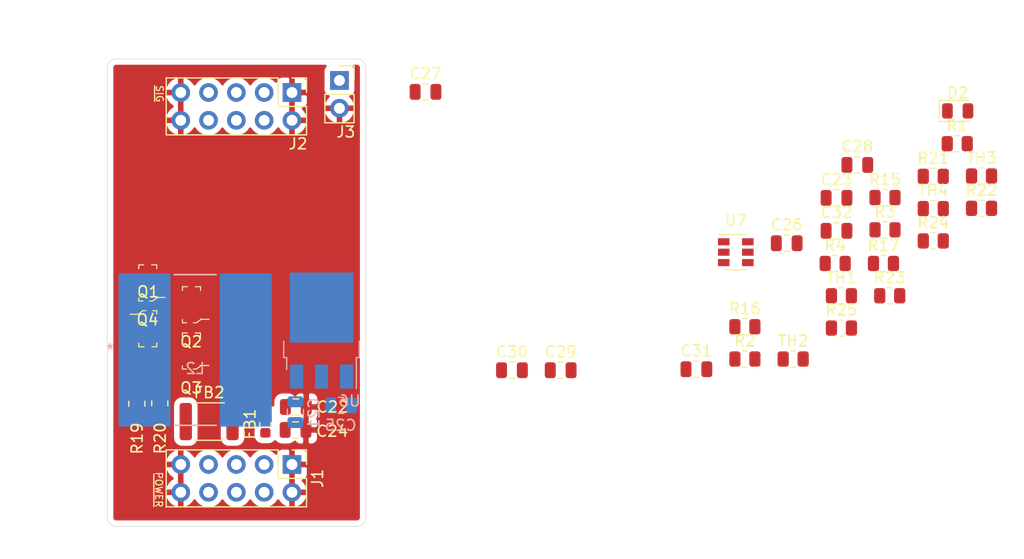
<source format=kicad_pcb>
(kicad_pcb (version 20171130) (host pcbnew 5.1.10)

  (general
    (thickness 1.6)
    (drawings 14)
    (tracks 0)
    (zones 0)
    (modules 43)
    (nets 22)
  )

  (page A4)
  (layers
    (0 F.Cu signal)
    (31 B.Cu signal)
    (32 B.Adhes user)
    (33 F.Adhes user)
    (34 B.Paste user)
    (35 F.Paste user)
    (36 B.SilkS user)
    (37 F.SilkS user)
    (38 B.Mask user)
    (39 F.Mask user)
    (40 Dwgs.User user)
    (41 Cmts.User user)
    (42 Eco1.User user)
    (43 Eco2.User user)
    (44 Edge.Cuts user)
    (45 Margin user)
    (46 B.CrtYd user)
    (47 F.CrtYd user)
    (48 B.Fab user)
    (49 F.Fab user)
  )

  (setup
    (last_trace_width 0.25)
    (trace_clearance 0.2)
    (zone_clearance 0.508)
    (zone_45_only no)
    (trace_min 0.2)
    (via_size 0.8)
    (via_drill 0.4)
    (via_min_size 0.4)
    (via_min_drill 0.3)
    (uvia_size 0.3)
    (uvia_drill 0.1)
    (uvias_allowed no)
    (uvia_min_size 0.2)
    (uvia_min_drill 0.1)
    (edge_width 0.05)
    (segment_width 0.2)
    (pcb_text_width 0.3)
    (pcb_text_size 1.5 1.5)
    (mod_edge_width 0.12)
    (mod_text_size 1 1)
    (mod_text_width 0.15)
    (pad_size 1.524 1.524)
    (pad_drill 0.762)
    (pad_to_mask_clearance 0)
    (aux_axis_origin 140.6144 76.2)
    (grid_origin 140.6144 76.2)
    (visible_elements FFFFFF7F)
    (pcbplotparams
      (layerselection 0x010fc_ffffffff)
      (usegerberextensions false)
      (usegerberattributes true)
      (usegerberadvancedattributes true)
      (creategerberjobfile true)
      (excludeedgelayer true)
      (linewidth 0.100000)
      (plotframeref false)
      (viasonmask false)
      (mode 1)
      (useauxorigin false)
      (hpglpennumber 1)
      (hpglpenspeed 20)
      (hpglpendiameter 15.000000)
      (psnegative false)
      (psa4output false)
      (plotreference true)
      (plotvalue true)
      (plotinvisibletext false)
      (padsonsilk false)
      (subtractmaskfromsilk false)
      (outputformat 1)
      (mirror false)
      (drillshape 1)
      (scaleselection 1)
      (outputdirectory ""))
  )

  (net 0 "")
  (net 1 GND)
  (net 2 +5V)
  (net 3 /VUSB_RAW)
  (net 4 +BATT)
  (net 5 "Net-(C24-Pad1)")
  (net 6 +3V3)
  (net 7 "Net-(C28-Pad2)")
  (net 8 "Net-(C28-Pad1)")
  (net 9 /VBUS_BATT)
  (net 10 "Net-(D2-Pad2)")
  (net 11 /PS_LED_RET)
  (net 12 /VBUS_USB)
  (net 13 "Net-(Q1-Pad3)")
  (net 14 "Net-(Q2-Pad3)")
  (net 15 /SysTempMeasure_0)
  (net 16 /SysTempMeasure_1)
  (net 17 /SysTempMeasure_2)
  (net 18 /SysTempMeasure_3)
  (net 19 /VBattMeas)
  (net 20 "Net-(R21-Pad1)")
  (net 21 "Net-(R23-Pad2)")

  (net_class Default "This is the default net class."
    (clearance 0.2)
    (trace_width 0.25)
    (via_dia 0.8)
    (via_drill 0.4)
    (uvia_dia 0.3)
    (uvia_drill 0.1)
    (add_net +3V3)
    (add_net +5V)
    (add_net +BATT)
    (add_net /PS_LED_RET)
    (add_net /SysTempMeasure_0)
    (add_net /SysTempMeasure_1)
    (add_net /SysTempMeasure_2)
    (add_net /SysTempMeasure_3)
    (add_net /VBUS_BATT)
    (add_net /VBUS_USB)
    (add_net /VBattMeas)
    (add_net /VUSB_RAW)
    (add_net GND)
    (add_net "Net-(C24-Pad1)")
    (add_net "Net-(C28-Pad1)")
    (add_net "Net-(C28-Pad2)")
    (add_net "Net-(D2-Pad2)")
    (add_net "Net-(J1-Pad5)")
    (add_net "Net-(J1-Pad7)")
    (add_net "Net-(J1-Pad8)")
    (add_net "Net-(Q1-Pad3)")
    (add_net "Net-(Q2-Pad3)")
    (add_net "Net-(R21-Pad1)")
    (add_net "Net-(R23-Pad2)")
    (add_net "Net-(U7-Pad5)")
  )

  (module Connector_PinHeader_2.54mm:PinHeader_2x05_P2.54mm_Vertical (layer F.Cu) (tedit 611EA55E) (tstamp 611F1A53)
    (at 159.2707 111.45266 270)
    (descr "Through hole straight pin header, 2x05, 2.54mm pitch, double rows")
    (tags "Through hole pin header THT 2x05 2.54mm double row")
    (path /61431094)
    (fp_text reference J1 (at 3.07 -0.53 270) (layer F.SilkS)
      (effects (font (size 1 1) (thickness 0.15)))
    )
    (fp_text value CONN_PWR (at 3.07 14.29 270) (layer F.Fab)
      (effects (font (size 1 1) (thickness 0.15)))
    )
    (fp_text user %R (at 3.07 6.88) (layer F.Fab)
      (effects (font (size 1 1) (thickness 0.15)))
    )
    (fp_line (start 1.8 0.53) (end 5.61 0.53) (layer F.Fab) (width 0.1))
    (fp_line (start 5.61 0.53) (end 5.61 13.23) (layer F.Fab) (width 0.1))
    (fp_line (start 5.61 13.23) (end 0.53 13.23) (layer F.Fab) (width 0.1))
    (fp_line (start 0.53 13.23) (end 0.53 1.8) (layer F.Fab) (width 0.1))
    (fp_line (start 0.53 1.8) (end 1.8 0.53) (layer F.Fab) (width 0.1))
    (fp_line (start 0.47 13.29) (end 5.67 13.29) (layer F.SilkS) (width 0.12))
    (fp_line (start 0.47 3.07) (end 0.47 13.29) (layer F.SilkS) (width 0.12))
    (fp_line (start 5.67 0.47) (end 5.67 13.29) (layer F.SilkS) (width 0.12))
    (fp_line (start 0.47 3.07) (end 3.07 3.07) (layer F.SilkS) (width 0.12))
    (fp_line (start 3.07 3.07) (end 3.07 0.47) (layer F.SilkS) (width 0.12))
    (fp_line (start 3.07 0.47) (end 5.67 0.47) (layer F.SilkS) (width 0.12))
    (fp_line (start 0.47 1.8) (end 0.47 0.47) (layer F.SilkS) (width 0.12))
    (fp_line (start 0.47 0.47) (end 1.8 0.47) (layer F.SilkS) (width 0.12))
    (fp_line (start 0 0) (end 0 13.75) (layer F.CrtYd) (width 0.05))
    (fp_line (start 0 13.75) (end 6.15 13.75) (layer F.CrtYd) (width 0.05))
    (fp_line (start 6.15 13.75) (end 6.15 0) (layer F.CrtYd) (width 0.05))
    (fp_line (start 6.15 0) (end 0 0) (layer F.CrtYd) (width 0.05))
    (pad 10 thru_hole oval (at 4.34 11.96 270) (size 1.7 1.7) (drill 1) (layers *.Cu *.Mask)
      (net 1 GND))
    (pad 9 thru_hole oval (at 1.8 11.96 270) (size 1.7 1.7) (drill 1) (layers *.Cu *.Mask)
      (net 1 GND))
    (pad 8 thru_hole oval (at 4.34 9.42 270) (size 1.7 1.7) (drill 1) (layers *.Cu *.Mask))
    (pad 7 thru_hole oval (at 1.8 9.42 270) (size 1.7 1.7) (drill 1) (layers *.Cu *.Mask))
    (pad 6 thru_hole oval (at 4.34 6.88 270) (size 1.7 1.7) (drill 1) (layers *.Cu *.Mask)
      (net 6 +3V3))
    (pad 5 thru_hole oval (at 1.8 6.88 270) (size 1.7 1.7) (drill 1) (layers *.Cu *.Mask))
    (pad 4 thru_hole oval (at 4.34 4.34 270) (size 1.7 1.7) (drill 1) (layers *.Cu *.Mask)
      (net 2 +5V))
    (pad 3 thru_hole oval (at 1.8 4.34 270) (size 1.7 1.7) (drill 1) (layers *.Cu *.Mask)
      (net 3 /VUSB_RAW))
    (pad 2 thru_hole oval (at 4.34 1.8 270) (size 1.7 1.7) (drill 1) (layers *.Cu *.Mask)
      (net 1 GND))
    (pad 1 thru_hole rect (at 1.8 1.8 270) (size 1.7 1.7) (drill 1) (layers *.Cu *.Mask)
      (net 1 GND))
    (model ${KISYS3DMOD}/Connector_PinHeader_2.54mm.3dshapes/PinHeader_2x05_P2.54mm_Vertical.wrl
      (offset (xyz 1.7399 -1.778 0))
      (scale (xyz 1 1 1))
      (rotate (xyz 0 0 0))
    )
  )

  (module Connector_PinHeader_2.54mm:PinHeader_2x05_P2.54mm_Vertical (layer F.Cu) (tedit 611EA27A) (tstamp 611F5142)
    (at 159.2707 77.47 270)
    (descr "Through hole straight pin header, 2x05, 2.54mm pitch, double rows")
    (tags "Through hole pin header THT 2x05 2.54mm double row")
    (path /613A0262)
    (fp_text reference J2 (at 6.48716 1.25222) (layer F.SilkS)
      (effects (font (size 1 1) (thickness 0.15)))
    )
    (fp_text value CONN_SIG (at 3.07 14.29 270) (layer F.Fab)
      (effects (font (size 1 1) (thickness 0.15)))
    )
    (fp_text user %R (at 3.07 6.88) (layer F.Fab)
      (effects (font (size 1 1) (thickness 0.15)))
    )
    (fp_line (start 1.8 0.53) (end 5.61 0.53) (layer F.Fab) (width 0.1))
    (fp_line (start 5.61 0.53) (end 5.61 13.23) (layer F.Fab) (width 0.1))
    (fp_line (start 5.61 13.23) (end 0.53 13.23) (layer F.Fab) (width 0.1))
    (fp_line (start 0.53 13.23) (end 0.53 1.8) (layer F.Fab) (width 0.1))
    (fp_line (start 0.53 1.8) (end 1.8 0.53) (layer F.Fab) (width 0.1))
    (fp_line (start 0.47 13.29) (end 5.67 13.29) (layer F.SilkS) (width 0.12))
    (fp_line (start 0.47 3.07) (end 0.47 13.29) (layer F.SilkS) (width 0.12))
    (fp_line (start 5.67 0.47) (end 5.67 13.29) (layer F.SilkS) (width 0.12))
    (fp_line (start 0.47 3.07) (end 3.07 3.07) (layer F.SilkS) (width 0.12))
    (fp_line (start 3.07 3.07) (end 3.07 0.47) (layer F.SilkS) (width 0.12))
    (fp_line (start 3.07 0.47) (end 5.67 0.47) (layer F.SilkS) (width 0.12))
    (fp_line (start 0.47 1.8) (end 0.47 0.47) (layer F.SilkS) (width 0.12))
    (fp_line (start 0.47 0.47) (end 1.8 0.47) (layer F.SilkS) (width 0.12))
    (fp_line (start 0 0) (end 0 13.75) (layer F.CrtYd) (width 0.05))
    (fp_line (start 0 13.75) (end 6.15 13.75) (layer F.CrtYd) (width 0.05))
    (fp_line (start 6.15 13.75) (end 6.15 0) (layer F.CrtYd) (width 0.05))
    (fp_line (start 6.15 0) (end 0 0) (layer F.CrtYd) (width 0.05))
    (pad 10 thru_hole oval (at 4.34 11.96 270) (size 1.7 1.7) (drill 1) (layers *.Cu *.Mask)
      (net 1 GND))
    (pad 9 thru_hole oval (at 1.8 11.96 270) (size 1.7 1.7) (drill 1) (layers *.Cu *.Mask)
      (net 1 GND))
    (pad 8 thru_hole oval (at 4.34 9.42 270) (size 1.7 1.7) (drill 1) (layers *.Cu *.Mask)
      (net 16 /SysTempMeasure_1))
    (pad 7 thru_hole oval (at 1.8 9.42 270) (size 1.7 1.7) (drill 1) (layers *.Cu *.Mask)
      (net 19 /VBattMeas))
    (pad 6 thru_hole oval (at 4.34 6.88 270) (size 1.7 1.7) (drill 1) (layers *.Cu *.Mask)
      (net 15 /SysTempMeasure_0))
    (pad 5 thru_hole oval (at 1.8 6.88 270) (size 1.7 1.7) (drill 1) (layers *.Cu *.Mask)
      (net 17 /SysTempMeasure_2))
    (pad 4 thru_hole oval (at 4.34 4.34 270) (size 1.7 1.7) (drill 1) (layers *.Cu *.Mask)
      (net 11 /PS_LED_RET))
    (pad 3 thru_hole oval (at 1.8 4.34 270) (size 1.7 1.7) (drill 1) (layers *.Cu *.Mask)
      (net 17 /SysTempMeasure_2))
    (pad 2 thru_hole oval (at 4.34 1.8 270) (size 1.7 1.7) (drill 1) (layers *.Cu *.Mask)
      (net 1 GND))
    (pad 1 thru_hole rect (at 1.8 1.8 270) (size 1.7 1.7) (drill 1) (layers *.Cu *.Mask)
      (net 1 GND))
    (model ${KISYS3DMOD}/Connector_PinHeader_2.54mm.3dshapes/PinHeader_2x05_P2.54mm_Vertical.wrl
      (offset (xyz 1.7399 -1.778 0))
      (scale (xyz 1 1 1))
      (rotate (xyz 0 0 0))
    )
  )

  (module Package_TO_SOT_SMD:SOT-23-6 (layer F.Cu) (tedit 5A02FF57) (tstamp 611F1C7F)
    (at 198.0172 93.8584)
    (descr "6-pin SOT-23 package")
    (tags SOT-23-6)
    (path /5FD8E5A4)
    (attr smd)
    (fp_text reference U7 (at 0 -2.9) (layer F.SilkS)
      (effects (font (size 1 1) (thickness 0.15)))
    )
    (fp_text value TPS56339DDC (at 0 2.9) (layer F.Fab)
      (effects (font (size 1 1) (thickness 0.15)))
    )
    (fp_text user %R (at 0 0 90) (layer F.Fab)
      (effects (font (size 0.5 0.5) (thickness 0.075)))
    )
    (fp_line (start -0.9 1.61) (end 0.9 1.61) (layer F.SilkS) (width 0.12))
    (fp_line (start 0.9 -1.61) (end -1.55 -1.61) (layer F.SilkS) (width 0.12))
    (fp_line (start 1.9 -1.8) (end -1.9 -1.8) (layer F.CrtYd) (width 0.05))
    (fp_line (start 1.9 1.8) (end 1.9 -1.8) (layer F.CrtYd) (width 0.05))
    (fp_line (start -1.9 1.8) (end 1.9 1.8) (layer F.CrtYd) (width 0.05))
    (fp_line (start -1.9 -1.8) (end -1.9 1.8) (layer F.CrtYd) (width 0.05))
    (fp_line (start -0.9 -0.9) (end -0.25 -1.55) (layer F.Fab) (width 0.1))
    (fp_line (start 0.9 -1.55) (end -0.25 -1.55) (layer F.Fab) (width 0.1))
    (fp_line (start -0.9 -0.9) (end -0.9 1.55) (layer F.Fab) (width 0.1))
    (fp_line (start 0.9 1.55) (end -0.9 1.55) (layer F.Fab) (width 0.1))
    (fp_line (start 0.9 -1.55) (end 0.9 1.55) (layer F.Fab) (width 0.1))
    (pad 5 smd rect (at 1.1 0) (size 1.06 0.65) (layers F.Cu F.Paste F.Mask))
    (pad 6 smd rect (at 1.1 -0.95) (size 1.06 0.65) (layers F.Cu F.Paste F.Mask)
      (net 20 "Net-(R21-Pad1)"))
    (pad 4 smd rect (at 1.1 0.95) (size 1.06 0.65) (layers F.Cu F.Paste F.Mask)
      (net 21 "Net-(R23-Pad2)"))
    (pad 3 smd rect (at -1.1 0.95) (size 1.06 0.65) (layers F.Cu F.Paste F.Mask)
      (net 4 +BATT))
    (pad 2 smd rect (at -1.1 0) (size 1.06 0.65) (layers F.Cu F.Paste F.Mask)
      (net 7 "Net-(C28-Pad2)"))
    (pad 1 smd rect (at -1.1 -0.95) (size 1.06 0.65) (layers F.Cu F.Paste F.Mask)
      (net 1 GND))
    (model ${KISYS3DMOD}/Package_TO_SOT_SMD.3dshapes/SOT-23-6.wrl
      (at (xyz 0 0 0))
      (scale (xyz 1 1 1))
      (rotate (xyz 0 0 0))
    )
  )

  (module Package_TO_SOT_SMD:TO-252-3_TabPin2 (layer B.Cu) (tedit 5A70F30B) (tstamp 611F1C69)
    (at 160.16986 101.01834 90)
    (descr "TO-252 / DPAK SMD package, http://www.infineon.com/cms/en/product/packages/PG-TO252/PG-TO252-3-1/")
    (tags "DPAK TO-252 DPAK-3 TO-252-3 SOT-428")
    (path /5F88D7AD)
    (attr smd)
    (fp_text reference U6 (at -6.42874 2.56794) (layer B.SilkS)
      (effects (font (size 1 1) (thickness 0.15)) (justify mirror))
    )
    (fp_text value IFX27001TFV33 (at 0 -4.5 90) (layer B.Fab)
      (effects (font (size 1 1) (thickness 0.15)) (justify mirror))
    )
    (fp_text user %R (at 0 0 90) (layer B.Fab)
      (effects (font (size 1 1) (thickness 0.15)) (justify mirror))
    )
    (fp_line (start 3.95 2.7) (end 4.95 2.7) (layer B.Fab) (width 0.1))
    (fp_line (start 4.95 2.7) (end 4.95 -2.7) (layer B.Fab) (width 0.1))
    (fp_line (start 4.95 -2.7) (end 3.95 -2.7) (layer B.Fab) (width 0.1))
    (fp_line (start 3.95 3.25) (end 3.95 -3.25) (layer B.Fab) (width 0.1))
    (fp_line (start 3.95 -3.25) (end -2.27 -3.25) (layer B.Fab) (width 0.1))
    (fp_line (start -2.27 -3.25) (end -2.27 2.25) (layer B.Fab) (width 0.1))
    (fp_line (start -2.27 2.25) (end -1.27 3.25) (layer B.Fab) (width 0.1))
    (fp_line (start -1.27 3.25) (end 3.95 3.25) (layer B.Fab) (width 0.1))
    (fp_line (start -1.865 2.655) (end -4.97 2.655) (layer B.Fab) (width 0.1))
    (fp_line (start -4.97 2.655) (end -4.97 1.905) (layer B.Fab) (width 0.1))
    (fp_line (start -4.97 1.905) (end -2.27 1.905) (layer B.Fab) (width 0.1))
    (fp_line (start -2.27 0.375) (end -4.97 0.375) (layer B.Fab) (width 0.1))
    (fp_line (start -4.97 0.375) (end -4.97 -0.375) (layer B.Fab) (width 0.1))
    (fp_line (start -4.97 -0.375) (end -2.27 -0.375) (layer B.Fab) (width 0.1))
    (fp_line (start -2.27 -1.905) (end -4.97 -1.905) (layer B.Fab) (width 0.1))
    (fp_line (start -4.97 -1.905) (end -4.97 -2.655) (layer B.Fab) (width 0.1))
    (fp_line (start -4.97 -2.655) (end -2.27 -2.655) (layer B.Fab) (width 0.1))
    (fp_line (start -0.97 3.45) (end -2.47 3.45) (layer B.SilkS) (width 0.12))
    (fp_line (start -2.47 3.45) (end -2.47 3.18) (layer B.SilkS) (width 0.12))
    (fp_line (start -2.47 3.18) (end -5.3 3.18) (layer B.SilkS) (width 0.12))
    (fp_line (start -0.97 -3.45) (end -2.47 -3.45) (layer B.SilkS) (width 0.12))
    (fp_line (start -2.47 -3.45) (end -2.47 -3.18) (layer B.SilkS) (width 0.12))
    (fp_line (start -2.47 -3.18) (end -3.57 -3.18) (layer B.SilkS) (width 0.12))
    (fp_line (start -5.55 3.5) (end -5.55 -3.5) (layer B.CrtYd) (width 0.05))
    (fp_line (start -5.55 -3.5) (end 5.55 -3.5) (layer B.CrtYd) (width 0.05))
    (fp_line (start 5.55 -3.5) (end 5.55 3.5) (layer B.CrtYd) (width 0.05))
    (fp_line (start 5.55 3.5) (end -5.55 3.5) (layer B.CrtYd) (width 0.05))
    (pad "" smd rect (at 0.425 -1.525 90) (size 3.05 2.75) (layers B.Paste))
    (pad "" smd rect (at 3.775 1.525 90) (size 3.05 2.75) (layers B.Paste))
    (pad "" smd rect (at 0.425 1.525 90) (size 3.05 2.75) (layers B.Paste))
    (pad "" smd rect (at 3.775 -1.525 90) (size 3.05 2.75) (layers B.Paste))
    (pad 2 smd rect (at 2.1 0 90) (size 6.4 5.8) (layers B.Cu B.Mask)
      (net 6 +3V3))
    (pad 3 smd rect (at -4.2 -2.28 90) (size 2.2 1.2) (layers B.Cu B.Paste B.Mask)
      (net 2 +5V))
    (pad 2 smd rect (at -4.2 0 90) (size 2.2 1.2) (layers B.Cu B.Paste B.Mask)
      (net 6 +3V3))
    (pad 1 smd rect (at -4.2 2.28 90) (size 2.2 1.2) (layers B.Cu B.Paste B.Mask)
      (net 1 GND))
    (model ${KISYS3DMOD}/Package_TO_SOT_SMD.3dshapes/TO-252-3_TabPin2.wrl
      (at (xyz 0 0 0))
      (scale (xyz 1 1 1))
      (rotate (xyz 0 0 0))
    )
  )

  (module Resistor_SMD:R_0805_2012Metric (layer F.Cu) (tedit 5F68FEEE) (tstamp 611F1C41)
    (at 216.0572 89.8784)
    (descr "Resistor SMD 0805 (2012 Metric), square (rectangular) end terminal, IPC_7351 nominal, (Body size source: IPC-SM-782 page 72, https://www.pcb-3d.com/wordpress/wp-content/uploads/ipc-sm-782a_amendment_1_and_2.pdf), generated with kicad-footprint-generator")
    (tags resistor)
    (path /612DB6D8)
    (attr smd)
    (fp_text reference TH4 (at 0 -1.65) (layer F.SilkS)
      (effects (font (size 1 1) (thickness 0.15)))
    )
    (fp_text value 25C@10k (at 0 1.65) (layer F.Fab)
      (effects (font (size 1 1) (thickness 0.15)))
    )
    (fp_text user %R (at 0 0) (layer F.Fab)
      (effects (font (size 0.5 0.5) (thickness 0.08)))
    )
    (fp_line (start -1 0.625) (end -1 -0.625) (layer F.Fab) (width 0.1))
    (fp_line (start -1 -0.625) (end 1 -0.625) (layer F.Fab) (width 0.1))
    (fp_line (start 1 -0.625) (end 1 0.625) (layer F.Fab) (width 0.1))
    (fp_line (start 1 0.625) (end -1 0.625) (layer F.Fab) (width 0.1))
    (fp_line (start -0.227064 -0.735) (end 0.227064 -0.735) (layer F.SilkS) (width 0.12))
    (fp_line (start -0.227064 0.735) (end 0.227064 0.735) (layer F.SilkS) (width 0.12))
    (fp_line (start -1.68 0.95) (end -1.68 -0.95) (layer F.CrtYd) (width 0.05))
    (fp_line (start -1.68 -0.95) (end 1.68 -0.95) (layer F.CrtYd) (width 0.05))
    (fp_line (start 1.68 -0.95) (end 1.68 0.95) (layer F.CrtYd) (width 0.05))
    (fp_line (start 1.68 0.95) (end -1.68 0.95) (layer F.CrtYd) (width 0.05))
    (pad 2 smd roundrect (at 0.9125 0) (size 1.025 1.4) (layers F.Cu F.Paste F.Mask) (roundrect_rratio 0.243902)
      (net 1 GND))
    (pad 1 smd roundrect (at -0.9125 0) (size 1.025 1.4) (layers F.Cu F.Paste F.Mask) (roundrect_rratio 0.243902)
      (net 18 /SysTempMeasure_3))
    (model ${KISYS3DMOD}/Resistor_SMD.3dshapes/R_0805_2012Metric.wrl
      (at (xyz 0 0 0))
      (scale (xyz 1 1 1))
      (rotate (xyz 0 0 0))
    )
  )

  (module Resistor_SMD:R_0805_2012Metric (layer F.Cu) (tedit 5F68FEEE) (tstamp 611F1C30)
    (at 220.4672 86.8984)
    (descr "Resistor SMD 0805 (2012 Metric), square (rectangular) end terminal, IPC_7351 nominal, (Body size source: IPC-SM-782 page 72, https://www.pcb-3d.com/wordpress/wp-content/uploads/ipc-sm-782a_amendment_1_and_2.pdf), generated with kicad-footprint-generator")
    (tags resistor)
    (path /612A3FCF)
    (attr smd)
    (fp_text reference TH3 (at 0 -1.65) (layer F.SilkS)
      (effects (font (size 1 1) (thickness 0.15)))
    )
    (fp_text value 25C@10k (at 0 1.65) (layer F.Fab)
      (effects (font (size 1 1) (thickness 0.15)))
    )
    (fp_text user %R (at 0 0) (layer F.Fab)
      (effects (font (size 0.5 0.5) (thickness 0.08)))
    )
    (fp_line (start -1 0.625) (end -1 -0.625) (layer F.Fab) (width 0.1))
    (fp_line (start -1 -0.625) (end 1 -0.625) (layer F.Fab) (width 0.1))
    (fp_line (start 1 -0.625) (end 1 0.625) (layer F.Fab) (width 0.1))
    (fp_line (start 1 0.625) (end -1 0.625) (layer F.Fab) (width 0.1))
    (fp_line (start -0.227064 -0.735) (end 0.227064 -0.735) (layer F.SilkS) (width 0.12))
    (fp_line (start -0.227064 0.735) (end 0.227064 0.735) (layer F.SilkS) (width 0.12))
    (fp_line (start -1.68 0.95) (end -1.68 -0.95) (layer F.CrtYd) (width 0.05))
    (fp_line (start -1.68 -0.95) (end 1.68 -0.95) (layer F.CrtYd) (width 0.05))
    (fp_line (start 1.68 -0.95) (end 1.68 0.95) (layer F.CrtYd) (width 0.05))
    (fp_line (start 1.68 0.95) (end -1.68 0.95) (layer F.CrtYd) (width 0.05))
    (pad 2 smd roundrect (at 0.9125 0) (size 1.025 1.4) (layers F.Cu F.Paste F.Mask) (roundrect_rratio 0.243902)
      (net 1 GND))
    (pad 1 smd roundrect (at -0.9125 0) (size 1.025 1.4) (layers F.Cu F.Paste F.Mask) (roundrect_rratio 0.243902)
      (net 17 /SysTempMeasure_2))
    (model ${KISYS3DMOD}/Resistor_SMD.3dshapes/R_0805_2012Metric.wrl
      (at (xyz 0 0 0))
      (scale (xyz 1 1 1))
      (rotate (xyz 0 0 0))
    )
  )

  (module Resistor_SMD:R_0805_2012Metric (layer F.Cu) (tedit 5F68FEEE) (tstamp 611F1C1F)
    (at 203.2572 103.6184)
    (descr "Resistor SMD 0805 (2012 Metric), square (rectangular) end terminal, IPC_7351 nominal, (Body size source: IPC-SM-782 page 72, https://www.pcb-3d.com/wordpress/wp-content/uploads/ipc-sm-782a_amendment_1_and_2.pdf), generated with kicad-footprint-generator")
    (tags resistor)
    (path /612B2DD5)
    (attr smd)
    (fp_text reference TH2 (at 0 -1.65) (layer F.SilkS)
      (effects (font (size 1 1) (thickness 0.15)))
    )
    (fp_text value 25C@10k (at 0 1.65) (layer F.Fab)
      (effects (font (size 1 1) (thickness 0.15)))
    )
    (fp_text user %R (at 0 0) (layer F.Fab)
      (effects (font (size 0.5 0.5) (thickness 0.08)))
    )
    (fp_line (start -1 0.625) (end -1 -0.625) (layer F.Fab) (width 0.1))
    (fp_line (start -1 -0.625) (end 1 -0.625) (layer F.Fab) (width 0.1))
    (fp_line (start 1 -0.625) (end 1 0.625) (layer F.Fab) (width 0.1))
    (fp_line (start 1 0.625) (end -1 0.625) (layer F.Fab) (width 0.1))
    (fp_line (start -0.227064 -0.735) (end 0.227064 -0.735) (layer F.SilkS) (width 0.12))
    (fp_line (start -0.227064 0.735) (end 0.227064 0.735) (layer F.SilkS) (width 0.12))
    (fp_line (start -1.68 0.95) (end -1.68 -0.95) (layer F.CrtYd) (width 0.05))
    (fp_line (start -1.68 -0.95) (end 1.68 -0.95) (layer F.CrtYd) (width 0.05))
    (fp_line (start 1.68 -0.95) (end 1.68 0.95) (layer F.CrtYd) (width 0.05))
    (fp_line (start 1.68 0.95) (end -1.68 0.95) (layer F.CrtYd) (width 0.05))
    (pad 2 smd roundrect (at 0.9125 0) (size 1.025 1.4) (layers F.Cu F.Paste F.Mask) (roundrect_rratio 0.243902)
      (net 1 GND))
    (pad 1 smd roundrect (at -0.9125 0) (size 1.025 1.4) (layers F.Cu F.Paste F.Mask) (roundrect_rratio 0.243902)
      (net 16 /SysTempMeasure_1))
    (model ${KISYS3DMOD}/Resistor_SMD.3dshapes/R_0805_2012Metric.wrl
      (at (xyz 0 0 0))
      (scale (xyz 1 1 1))
      (rotate (xyz 0 0 0))
    )
  )

  (module Resistor_SMD:R_0805_2012Metric (layer F.Cu) (tedit 5F68FEEE) (tstamp 611F1C0E)
    (at 207.6672 97.8384)
    (descr "Resistor SMD 0805 (2012 Metric), square (rectangular) end terminal, IPC_7351 nominal, (Body size source: IPC-SM-782 page 72, https://www.pcb-3d.com/wordpress/wp-content/uploads/ipc-sm-782a_amendment_1_and_2.pdf), generated with kicad-footprint-generator")
    (tags resistor)
    (path /6124BB43)
    (attr smd)
    (fp_text reference TH1 (at 0 -1.65) (layer F.SilkS)
      (effects (font (size 1 1) (thickness 0.15)))
    )
    (fp_text value 25C@10k (at 0 1.65) (layer F.Fab)
      (effects (font (size 1 1) (thickness 0.15)))
    )
    (fp_text user %R (at 0 0) (layer F.Fab)
      (effects (font (size 0.5 0.5) (thickness 0.08)))
    )
    (fp_line (start -1 0.625) (end -1 -0.625) (layer F.Fab) (width 0.1))
    (fp_line (start -1 -0.625) (end 1 -0.625) (layer F.Fab) (width 0.1))
    (fp_line (start 1 -0.625) (end 1 0.625) (layer F.Fab) (width 0.1))
    (fp_line (start 1 0.625) (end -1 0.625) (layer F.Fab) (width 0.1))
    (fp_line (start -0.227064 -0.735) (end 0.227064 -0.735) (layer F.SilkS) (width 0.12))
    (fp_line (start -0.227064 0.735) (end 0.227064 0.735) (layer F.SilkS) (width 0.12))
    (fp_line (start -1.68 0.95) (end -1.68 -0.95) (layer F.CrtYd) (width 0.05))
    (fp_line (start -1.68 -0.95) (end 1.68 -0.95) (layer F.CrtYd) (width 0.05))
    (fp_line (start 1.68 -0.95) (end 1.68 0.95) (layer F.CrtYd) (width 0.05))
    (fp_line (start 1.68 0.95) (end -1.68 0.95) (layer F.CrtYd) (width 0.05))
    (pad 2 smd roundrect (at 0.9125 0) (size 1.025 1.4) (layers F.Cu F.Paste F.Mask) (roundrect_rratio 0.243902)
      (net 1 GND))
    (pad 1 smd roundrect (at -0.9125 0) (size 1.025 1.4) (layers F.Cu F.Paste F.Mask) (roundrect_rratio 0.243902)
      (net 15 /SysTempMeasure_0))
    (model ${KISYS3DMOD}/Resistor_SMD.3dshapes/R_0805_2012Metric.wrl
      (at (xyz 0 0 0))
      (scale (xyz 1 1 1))
      (rotate (xyz 0 0 0))
    )
  )

  (module Resistor_SMD:R_0805_2012Metric (layer F.Cu) (tedit 5F68FEEE) (tstamp 611F1BFD)
    (at 207.6672 100.7884)
    (descr "Resistor SMD 0805 (2012 Metric), square (rectangular) end terminal, IPC_7351 nominal, (Body size source: IPC-SM-782 page 72, https://www.pcb-3d.com/wordpress/wp-content/uploads/ipc-sm-782a_amendment_1_and_2.pdf), generated with kicad-footprint-generator")
    (tags resistor)
    (path /5FE33AC6)
    (attr smd)
    (fp_text reference R25 (at 0 -1.65) (layer F.SilkS)
      (effects (font (size 1 1) (thickness 0.15)))
    )
    (fp_text value 100k (at 0 1.65) (layer F.Fab)
      (effects (font (size 1 1) (thickness 0.15)))
    )
    (fp_text user %R (at 0 0) (layer F.Fab)
      (effects (font (size 0.5 0.5) (thickness 0.08)))
    )
    (fp_line (start -1 0.625) (end -1 -0.625) (layer F.Fab) (width 0.1))
    (fp_line (start -1 -0.625) (end 1 -0.625) (layer F.Fab) (width 0.1))
    (fp_line (start 1 -0.625) (end 1 0.625) (layer F.Fab) (width 0.1))
    (fp_line (start 1 0.625) (end -1 0.625) (layer F.Fab) (width 0.1))
    (fp_line (start -0.227064 -0.735) (end 0.227064 -0.735) (layer F.SilkS) (width 0.12))
    (fp_line (start -0.227064 0.735) (end 0.227064 0.735) (layer F.SilkS) (width 0.12))
    (fp_line (start -1.68 0.95) (end -1.68 -0.95) (layer F.CrtYd) (width 0.05))
    (fp_line (start -1.68 -0.95) (end 1.68 -0.95) (layer F.CrtYd) (width 0.05))
    (fp_line (start 1.68 -0.95) (end 1.68 0.95) (layer F.CrtYd) (width 0.05))
    (fp_line (start 1.68 0.95) (end -1.68 0.95) (layer F.CrtYd) (width 0.05))
    (pad 2 smd roundrect (at 0.9125 0) (size 1.025 1.4) (layers F.Cu F.Paste F.Mask) (roundrect_rratio 0.243902)
      (net 1 GND))
    (pad 1 smd roundrect (at -0.9125 0) (size 1.025 1.4) (layers F.Cu F.Paste F.Mask) (roundrect_rratio 0.243902)
      (net 9 /VBUS_BATT))
    (model ${KISYS3DMOD}/Resistor_SMD.3dshapes/R_0805_2012Metric.wrl
      (at (xyz 0 0 0))
      (scale (xyz 1 1 1))
      (rotate (xyz 0 0 0))
    )
  )

  (module Resistor_SMD:R_0805_2012Metric (layer F.Cu) (tedit 5F68FEEE) (tstamp 611F1BEC)
    (at 216.0572 92.8284)
    (descr "Resistor SMD 0805 (2012 Metric), square (rectangular) end terminal, IPC_7351 nominal, (Body size source: IPC-SM-782 page 72, https://www.pcb-3d.com/wordpress/wp-content/uploads/ipc-sm-782a_amendment_1_and_2.pdf), generated with kicad-footprint-generator")
    (tags resistor)
    (path /5FDEAD84)
    (attr smd)
    (fp_text reference R24 (at 0 -1.65) (layer F.SilkS)
      (effects (font (size 1 1) (thickness 0.15)))
    )
    (fp_text value 10k (at 0 1.65) (layer F.Fab)
      (effects (font (size 1 1) (thickness 0.15)))
    )
    (fp_text user %R (at 0 0) (layer F.Fab)
      (effects (font (size 0.5 0.5) (thickness 0.08)))
    )
    (fp_line (start -1 0.625) (end -1 -0.625) (layer F.Fab) (width 0.1))
    (fp_line (start -1 -0.625) (end 1 -0.625) (layer F.Fab) (width 0.1))
    (fp_line (start 1 -0.625) (end 1 0.625) (layer F.Fab) (width 0.1))
    (fp_line (start 1 0.625) (end -1 0.625) (layer F.Fab) (width 0.1))
    (fp_line (start -0.227064 -0.735) (end 0.227064 -0.735) (layer F.SilkS) (width 0.12))
    (fp_line (start -0.227064 0.735) (end 0.227064 0.735) (layer F.SilkS) (width 0.12))
    (fp_line (start -1.68 0.95) (end -1.68 -0.95) (layer F.CrtYd) (width 0.05))
    (fp_line (start -1.68 -0.95) (end 1.68 -0.95) (layer F.CrtYd) (width 0.05))
    (fp_line (start 1.68 -0.95) (end 1.68 0.95) (layer F.CrtYd) (width 0.05))
    (fp_line (start 1.68 0.95) (end -1.68 0.95) (layer F.CrtYd) (width 0.05))
    (pad 2 smd roundrect (at 0.9125 0) (size 1.025 1.4) (layers F.Cu F.Paste F.Mask) (roundrect_rratio 0.243902)
      (net 1 GND))
    (pad 1 smd roundrect (at -0.9125 0) (size 1.025 1.4) (layers F.Cu F.Paste F.Mask) (roundrect_rratio 0.243902)
      (net 21 "Net-(R23-Pad2)"))
    (model ${KISYS3DMOD}/Resistor_SMD.3dshapes/R_0805_2012Metric.wrl
      (at (xyz 0 0 0))
      (scale (xyz 1 1 1))
      (rotate (xyz 0 0 0))
    )
  )

  (module Resistor_SMD:R_0805_2012Metric (layer F.Cu) (tedit 5F68FEEE) (tstamp 611F1BDB)
    (at 212.0772 97.8384)
    (descr "Resistor SMD 0805 (2012 Metric), square (rectangular) end terminal, IPC_7351 nominal, (Body size source: IPC-SM-782 page 72, https://www.pcb-3d.com/wordpress/wp-content/uploads/ipc-sm-782a_amendment_1_and_2.pdf), generated with kicad-footprint-generator")
    (tags resistor)
    (path /5FDDC281)
    (attr smd)
    (fp_text reference R23 (at 0 -1.65) (layer F.SilkS)
      (effects (font (size 1 1) (thickness 0.15)))
    )
    (fp_text value 52.3k (at 0 1.65) (layer F.Fab)
      (effects (font (size 1 1) (thickness 0.15)))
    )
    (fp_text user %R (at 0 0) (layer F.Fab)
      (effects (font (size 0.5 0.5) (thickness 0.08)))
    )
    (fp_line (start -1 0.625) (end -1 -0.625) (layer F.Fab) (width 0.1))
    (fp_line (start -1 -0.625) (end 1 -0.625) (layer F.Fab) (width 0.1))
    (fp_line (start 1 -0.625) (end 1 0.625) (layer F.Fab) (width 0.1))
    (fp_line (start 1 0.625) (end -1 0.625) (layer F.Fab) (width 0.1))
    (fp_line (start -0.227064 -0.735) (end 0.227064 -0.735) (layer F.SilkS) (width 0.12))
    (fp_line (start -0.227064 0.735) (end 0.227064 0.735) (layer F.SilkS) (width 0.12))
    (fp_line (start -1.68 0.95) (end -1.68 -0.95) (layer F.CrtYd) (width 0.05))
    (fp_line (start -1.68 -0.95) (end 1.68 -0.95) (layer F.CrtYd) (width 0.05))
    (fp_line (start 1.68 -0.95) (end 1.68 0.95) (layer F.CrtYd) (width 0.05))
    (fp_line (start 1.68 0.95) (end -1.68 0.95) (layer F.CrtYd) (width 0.05))
    (pad 2 smd roundrect (at 0.9125 0) (size 1.025 1.4) (layers F.Cu F.Paste F.Mask) (roundrect_rratio 0.243902)
      (net 21 "Net-(R23-Pad2)"))
    (pad 1 smd roundrect (at -0.9125 0) (size 1.025 1.4) (layers F.Cu F.Paste F.Mask) (roundrect_rratio 0.243902)
      (net 9 /VBUS_BATT))
    (model ${KISYS3DMOD}/Resistor_SMD.3dshapes/R_0805_2012Metric.wrl
      (at (xyz 0 0 0))
      (scale (xyz 1 1 1))
      (rotate (xyz 0 0 0))
    )
  )

  (module Resistor_SMD:R_0805_2012Metric (layer F.Cu) (tedit 5F68FEEE) (tstamp 611F1BCA)
    (at 220.4672 89.8484)
    (descr "Resistor SMD 0805 (2012 Metric), square (rectangular) end terminal, IPC_7351 nominal, (Body size source: IPC-SM-782 page 72, https://www.pcb-3d.com/wordpress/wp-content/uploads/ipc-sm-782a_amendment_1_and_2.pdf), generated with kicad-footprint-generator")
    (tags resistor)
    (path /5F954132)
    (attr smd)
    (fp_text reference R22 (at 0 -1.65) (layer F.SilkS)
      (effects (font (size 1 1) (thickness 0.15)))
    )
    (fp_text value 100k (at 0 1.65) (layer F.Fab)
      (effects (font (size 1 1) (thickness 0.15)))
    )
    (fp_text user %R (at 0 0) (layer F.Fab)
      (effects (font (size 0.5 0.5) (thickness 0.08)))
    )
    (fp_line (start -1 0.625) (end -1 -0.625) (layer F.Fab) (width 0.1))
    (fp_line (start -1 -0.625) (end 1 -0.625) (layer F.Fab) (width 0.1))
    (fp_line (start 1 -0.625) (end 1 0.625) (layer F.Fab) (width 0.1))
    (fp_line (start 1 0.625) (end -1 0.625) (layer F.Fab) (width 0.1))
    (fp_line (start -0.227064 -0.735) (end 0.227064 -0.735) (layer F.SilkS) (width 0.12))
    (fp_line (start -0.227064 0.735) (end 0.227064 0.735) (layer F.SilkS) (width 0.12))
    (fp_line (start -1.68 0.95) (end -1.68 -0.95) (layer F.CrtYd) (width 0.05))
    (fp_line (start -1.68 -0.95) (end 1.68 -0.95) (layer F.CrtYd) (width 0.05))
    (fp_line (start 1.68 -0.95) (end 1.68 0.95) (layer F.CrtYd) (width 0.05))
    (fp_line (start 1.68 0.95) (end -1.68 0.95) (layer F.CrtYd) (width 0.05))
    (pad 2 smd roundrect (at 0.9125 0) (size 1.025 1.4) (layers F.Cu F.Paste F.Mask) (roundrect_rratio 0.243902)
      (net 1 GND))
    (pad 1 smd roundrect (at -0.9125 0) (size 1.025 1.4) (layers F.Cu F.Paste F.Mask) (roundrect_rratio 0.243902)
      (net 13 "Net-(Q1-Pad3)"))
    (model ${KISYS3DMOD}/Resistor_SMD.3dshapes/R_0805_2012Metric.wrl
      (at (xyz 0 0 0))
      (scale (xyz 1 1 1))
      (rotate (xyz 0 0 0))
    )
  )

  (module Resistor_SMD:R_0805_2012Metric (layer F.Cu) (tedit 5F68FEEE) (tstamp 611F1BB9)
    (at 216.0572 86.9284)
    (descr "Resistor SMD 0805 (2012 Metric), square (rectangular) end terminal, IPC_7351 nominal, (Body size source: IPC-SM-782 page 72, https://www.pcb-3d.com/wordpress/wp-content/uploads/ipc-sm-782a_amendment_1_and_2.pdf), generated with kicad-footprint-generator")
    (tags resistor)
    (path /5FDB63C4)
    (attr smd)
    (fp_text reference R21 (at 0 -1.65) (layer F.SilkS)
      (effects (font (size 1 1) (thickness 0.15)))
    )
    (fp_text value 30R (at 0 1.65) (layer F.Fab)
      (effects (font (size 1 1) (thickness 0.15)))
    )
    (fp_text user %R (at 0 0) (layer F.Fab)
      (effects (font (size 0.5 0.5) (thickness 0.08)))
    )
    (fp_line (start -1 0.625) (end -1 -0.625) (layer F.Fab) (width 0.1))
    (fp_line (start -1 -0.625) (end 1 -0.625) (layer F.Fab) (width 0.1))
    (fp_line (start 1 -0.625) (end 1 0.625) (layer F.Fab) (width 0.1))
    (fp_line (start 1 0.625) (end -1 0.625) (layer F.Fab) (width 0.1))
    (fp_line (start -0.227064 -0.735) (end 0.227064 -0.735) (layer F.SilkS) (width 0.12))
    (fp_line (start -0.227064 0.735) (end 0.227064 0.735) (layer F.SilkS) (width 0.12))
    (fp_line (start -1.68 0.95) (end -1.68 -0.95) (layer F.CrtYd) (width 0.05))
    (fp_line (start -1.68 -0.95) (end 1.68 -0.95) (layer F.CrtYd) (width 0.05))
    (fp_line (start 1.68 -0.95) (end 1.68 0.95) (layer F.CrtYd) (width 0.05))
    (fp_line (start 1.68 0.95) (end -1.68 0.95) (layer F.CrtYd) (width 0.05))
    (pad 2 smd roundrect (at 0.9125 0) (size 1.025 1.4) (layers F.Cu F.Paste F.Mask) (roundrect_rratio 0.243902)
      (net 8 "Net-(C28-Pad1)"))
    (pad 1 smd roundrect (at -0.9125 0) (size 1.025 1.4) (layers F.Cu F.Paste F.Mask) (roundrect_rratio 0.243902)
      (net 20 "Net-(R21-Pad1)"))
    (model ${KISYS3DMOD}/Resistor_SMD.3dshapes/R_0805_2012Metric.wrl
      (at (xyz 0 0 0))
      (scale (xyz 1 1 1))
      (rotate (xyz 0 0 0))
    )
  )

  (module Resistor_SMD:R_0805_2012Metric (layer F.Cu) (tedit 5F68FEEE) (tstamp 611F1BA8)
    (at 145.39468 107.66552 90)
    (descr "Resistor SMD 0805 (2012 Metric), square (rectangular) end terminal, IPC_7351 nominal, (Body size source: IPC-SM-782 page 72, https://www.pcb-3d.com/wordpress/wp-content/uploads/ipc-sm-782a_amendment_1_and_2.pdf), generated with kicad-footprint-generator")
    (tags resistor)
    (path /5F9699F8)
    (attr smd)
    (fp_text reference R20 (at -3.19024 0.03048 90) (layer F.SilkS)
      (effects (font (size 1 1) (thickness 0.15)))
    )
    (fp_text value 100k (at 0 1.65 90) (layer F.Fab)
      (effects (font (size 1 1) (thickness 0.15)))
    )
    (fp_text user %R (at 0 0 90) (layer F.Fab)
      (effects (font (size 0.5 0.5) (thickness 0.08)))
    )
    (fp_line (start -1 0.625) (end -1 -0.625) (layer F.Fab) (width 0.1))
    (fp_line (start -1 -0.625) (end 1 -0.625) (layer F.Fab) (width 0.1))
    (fp_line (start 1 -0.625) (end 1 0.625) (layer F.Fab) (width 0.1))
    (fp_line (start 1 0.625) (end -1 0.625) (layer F.Fab) (width 0.1))
    (fp_line (start -0.227064 -0.735) (end 0.227064 -0.735) (layer F.SilkS) (width 0.12))
    (fp_line (start -0.227064 0.735) (end 0.227064 0.735) (layer F.SilkS) (width 0.12))
    (fp_line (start -1.68 0.95) (end -1.68 -0.95) (layer F.CrtYd) (width 0.05))
    (fp_line (start -1.68 -0.95) (end 1.68 -0.95) (layer F.CrtYd) (width 0.05))
    (fp_line (start 1.68 -0.95) (end 1.68 0.95) (layer F.CrtYd) (width 0.05))
    (fp_line (start 1.68 0.95) (end -1.68 0.95) (layer F.CrtYd) (width 0.05))
    (pad 2 smd roundrect (at 0.9125 0 90) (size 1.025 1.4) (layers F.Cu F.Paste F.Mask) (roundrect_rratio 0.243902)
      (net 1 GND))
    (pad 1 smd roundrect (at -0.9125 0 90) (size 1.025 1.4) (layers F.Cu F.Paste F.Mask) (roundrect_rratio 0.243902)
      (net 12 /VBUS_USB))
    (model ${KISYS3DMOD}/Resistor_SMD.3dshapes/R_0805_2012Metric.wrl
      (at (xyz 0 0 0))
      (scale (xyz 1 1 1))
      (rotate (xyz 0 0 0))
    )
  )

  (module Resistor_SMD:R_0805_2012Metric (layer F.Cu) (tedit 5F68FEEE) (tstamp 611F1B97)
    (at 143.30172 107.70616 90)
    (descr "Resistor SMD 0805 (2012 Metric), square (rectangular) end terminal, IPC_7351 nominal, (Body size source: IPC-SM-782 page 72, https://www.pcb-3d.com/wordpress/wp-content/uploads/ipc-sm-782a_amendment_1_and_2.pdf), generated with kicad-footprint-generator")
    (tags resistor)
    (path /5F97D126)
    (attr smd)
    (fp_text reference R19 (at -3.16992 0.02032 90) (layer F.SilkS)
      (effects (font (size 1 1) (thickness 0.15)))
    )
    (fp_text value 100k (at 0 1.65 90) (layer F.Fab)
      (effects (font (size 1 1) (thickness 0.15)))
    )
    (fp_text user %R (at 0 0 90) (layer F.Fab)
      (effects (font (size 0.5 0.5) (thickness 0.08)))
    )
    (fp_line (start -1 0.625) (end -1 -0.625) (layer F.Fab) (width 0.1))
    (fp_line (start -1 -0.625) (end 1 -0.625) (layer F.Fab) (width 0.1))
    (fp_line (start 1 -0.625) (end 1 0.625) (layer F.Fab) (width 0.1))
    (fp_line (start 1 0.625) (end -1 0.625) (layer F.Fab) (width 0.1))
    (fp_line (start -0.227064 -0.735) (end 0.227064 -0.735) (layer F.SilkS) (width 0.12))
    (fp_line (start -0.227064 0.735) (end 0.227064 0.735) (layer F.SilkS) (width 0.12))
    (fp_line (start -1.68 0.95) (end -1.68 -0.95) (layer F.CrtYd) (width 0.05))
    (fp_line (start -1.68 -0.95) (end 1.68 -0.95) (layer F.CrtYd) (width 0.05))
    (fp_line (start 1.68 -0.95) (end 1.68 0.95) (layer F.CrtYd) (width 0.05))
    (fp_line (start 1.68 0.95) (end -1.68 0.95) (layer F.CrtYd) (width 0.05))
    (pad 2 smd roundrect (at 0.9125 0 90) (size 1.025 1.4) (layers F.Cu F.Paste F.Mask) (roundrect_rratio 0.243902)
      (net 1 GND))
    (pad 1 smd roundrect (at -0.9125 0 90) (size 1.025 1.4) (layers F.Cu F.Paste F.Mask) (roundrect_rratio 0.243902)
      (net 9 /VBUS_BATT))
    (model ${KISYS3DMOD}/Resistor_SMD.3dshapes/R_0805_2012Metric.wrl
      (at (xyz 0 0 0))
      (scale (xyz 1 1 1))
      (rotate (xyz 0 0 0))
    )
  )

  (module Resistor_SMD:R_0805_2012Metric (layer F.Cu) (tedit 5F68FEEE) (tstamp 611F1B86)
    (at 211.5072 94.8884)
    (descr "Resistor SMD 0805 (2012 Metric), square (rectangular) end terminal, IPC_7351 nominal, (Body size source: IPC-SM-782 page 72, https://www.pcb-3d.com/wordpress/wp-content/uploads/ipc-sm-782a_amendment_1_and_2.pdf), generated with kicad-footprint-generator")
    (tags resistor)
    (path /5FB93814)
    (attr smd)
    (fp_text reference R17 (at 0 -1.65) (layer F.SilkS)
      (effects (font (size 1 1) (thickness 0.15)))
    )
    (fp_text value 1k (at 0 1.65) (layer F.Fab)
      (effects (font (size 1 1) (thickness 0.15)))
    )
    (fp_text user %R (at 0 0) (layer F.Fab)
      (effects (font (size 0.5 0.5) (thickness 0.08)))
    )
    (fp_line (start -1 0.625) (end -1 -0.625) (layer F.Fab) (width 0.1))
    (fp_line (start -1 -0.625) (end 1 -0.625) (layer F.Fab) (width 0.1))
    (fp_line (start 1 -0.625) (end 1 0.625) (layer F.Fab) (width 0.1))
    (fp_line (start 1 0.625) (end -1 0.625) (layer F.Fab) (width 0.1))
    (fp_line (start -0.227064 -0.735) (end 0.227064 -0.735) (layer F.SilkS) (width 0.12))
    (fp_line (start -0.227064 0.735) (end 0.227064 0.735) (layer F.SilkS) (width 0.12))
    (fp_line (start -1.68 0.95) (end -1.68 -0.95) (layer F.CrtYd) (width 0.05))
    (fp_line (start -1.68 -0.95) (end 1.68 -0.95) (layer F.CrtYd) (width 0.05))
    (fp_line (start 1.68 -0.95) (end 1.68 0.95) (layer F.CrtYd) (width 0.05))
    (fp_line (start 1.68 0.95) (end -1.68 0.95) (layer F.CrtYd) (width 0.05))
    (pad 2 smd roundrect (at 0.9125 0) (size 1.025 1.4) (layers F.Cu F.Paste F.Mask) (roundrect_rratio 0.243902)
      (net 10 "Net-(D2-Pad2)"))
    (pad 1 smd roundrect (at -0.9125 0) (size 1.025 1.4) (layers F.Cu F.Paste F.Mask) (roundrect_rratio 0.243902)
      (net 6 +3V3))
    (model ${KISYS3DMOD}/Resistor_SMD.3dshapes/R_0805_2012Metric.wrl
      (at (xyz 0 0 0))
      (scale (xyz 1 1 1))
      (rotate (xyz 0 0 0))
    )
  )

  (module Resistor_SMD:R_0805_2012Metric (layer F.Cu) (tedit 5F68FEEE) (tstamp 611F1B75)
    (at 198.8472 100.6684)
    (descr "Resistor SMD 0805 (2012 Metric), square (rectangular) end terminal, IPC_7351 nominal, (Body size source: IPC-SM-782 page 72, https://www.pcb-3d.com/wordpress/wp-content/uploads/ipc-sm-782a_amendment_1_and_2.pdf), generated with kicad-footprint-generator")
    (tags resistor)
    (path /5F818807)
    (attr smd)
    (fp_text reference R16 (at 0 -1.65) (layer F.SilkS)
      (effects (font (size 1 1) (thickness 0.15)))
    )
    (fp_text value 100k (at 0 1.65) (layer F.Fab)
      (effects (font (size 1 1) (thickness 0.15)))
    )
    (fp_text user %R (at 0 0) (layer F.Fab)
      (effects (font (size 0.5 0.5) (thickness 0.08)))
    )
    (fp_line (start -1 0.625) (end -1 -0.625) (layer F.Fab) (width 0.1))
    (fp_line (start -1 -0.625) (end 1 -0.625) (layer F.Fab) (width 0.1))
    (fp_line (start 1 -0.625) (end 1 0.625) (layer F.Fab) (width 0.1))
    (fp_line (start 1 0.625) (end -1 0.625) (layer F.Fab) (width 0.1))
    (fp_line (start -0.227064 -0.735) (end 0.227064 -0.735) (layer F.SilkS) (width 0.12))
    (fp_line (start -0.227064 0.735) (end 0.227064 0.735) (layer F.SilkS) (width 0.12))
    (fp_line (start -1.68 0.95) (end -1.68 -0.95) (layer F.CrtYd) (width 0.05))
    (fp_line (start -1.68 -0.95) (end 1.68 -0.95) (layer F.CrtYd) (width 0.05))
    (fp_line (start 1.68 -0.95) (end 1.68 0.95) (layer F.CrtYd) (width 0.05))
    (fp_line (start 1.68 0.95) (end -1.68 0.95) (layer F.CrtYd) (width 0.05))
    (pad 2 smd roundrect (at 0.9125 0) (size 1.025 1.4) (layers F.Cu F.Paste F.Mask) (roundrect_rratio 0.243902)
      (net 1 GND))
    (pad 1 smd roundrect (at -0.9125 0) (size 1.025 1.4) (layers F.Cu F.Paste F.Mask) (roundrect_rratio 0.243902)
      (net 19 /VBattMeas))
    (model ${KISYS3DMOD}/Resistor_SMD.3dshapes/R_0805_2012Metric.wrl
      (at (xyz 0 0 0))
      (scale (xyz 1 1 1))
      (rotate (xyz 0 0 0))
    )
  )

  (module Resistor_SMD:R_0805_2012Metric (layer F.Cu) (tedit 5F68FEEE) (tstamp 611F1B64)
    (at 211.6472 88.8684)
    (descr "Resistor SMD 0805 (2012 Metric), square (rectangular) end terminal, IPC_7351 nominal, (Body size source: IPC-SM-782 page 72, https://www.pcb-3d.com/wordpress/wp-content/uploads/ipc-sm-782a_amendment_1_and_2.pdf), generated with kicad-footprint-generator")
    (tags resistor)
    (path /5F8174E9)
    (attr smd)
    (fp_text reference R15 (at 0 -1.65) (layer F.SilkS)
      (effects (font (size 1 1) (thickness 0.15)))
    )
    (fp_text value 261k (at 0 1.65) (layer F.Fab)
      (effects (font (size 1 1) (thickness 0.15)))
    )
    (fp_text user %R (at 0 0) (layer F.Fab)
      (effects (font (size 0.5 0.5) (thickness 0.08)))
    )
    (fp_line (start -1 0.625) (end -1 -0.625) (layer F.Fab) (width 0.1))
    (fp_line (start -1 -0.625) (end 1 -0.625) (layer F.Fab) (width 0.1))
    (fp_line (start 1 -0.625) (end 1 0.625) (layer F.Fab) (width 0.1))
    (fp_line (start 1 0.625) (end -1 0.625) (layer F.Fab) (width 0.1))
    (fp_line (start -0.227064 -0.735) (end 0.227064 -0.735) (layer F.SilkS) (width 0.12))
    (fp_line (start -0.227064 0.735) (end 0.227064 0.735) (layer F.SilkS) (width 0.12))
    (fp_line (start -1.68 0.95) (end -1.68 -0.95) (layer F.CrtYd) (width 0.05))
    (fp_line (start -1.68 -0.95) (end 1.68 -0.95) (layer F.CrtYd) (width 0.05))
    (fp_line (start 1.68 -0.95) (end 1.68 0.95) (layer F.CrtYd) (width 0.05))
    (fp_line (start 1.68 0.95) (end -1.68 0.95) (layer F.CrtYd) (width 0.05))
    (pad 2 smd roundrect (at 0.9125 0) (size 1.025 1.4) (layers F.Cu F.Paste F.Mask) (roundrect_rratio 0.243902)
      (net 19 /VBattMeas))
    (pad 1 smd roundrect (at -0.9125 0) (size 1.025 1.4) (layers F.Cu F.Paste F.Mask) (roundrect_rratio 0.243902)
      (net 4 +BATT))
    (model ${KISYS3DMOD}/Resistor_SMD.3dshapes/R_0805_2012Metric.wrl
      (at (xyz 0 0 0))
      (scale (xyz 1 1 1))
      (rotate (xyz 0 0 0))
    )
  )

  (module Resistor_SMD:R_0805_2012Metric (layer F.Cu) (tedit 5F68FEEE) (tstamp 611F1B53)
    (at 207.0972 94.8884)
    (descr "Resistor SMD 0805 (2012 Metric), square (rectangular) end terminal, IPC_7351 nominal, (Body size source: IPC-SM-782 page 72, https://www.pcb-3d.com/wordpress/wp-content/uploads/ipc-sm-782a_amendment_1_and_2.pdf), generated with kicad-footprint-generator")
    (tags resistor)
    (path /612DB6E2)
    (attr smd)
    (fp_text reference R4 (at 0 -1.65) (layer F.SilkS)
      (effects (font (size 1 1) (thickness 0.15)))
    )
    (fp_text value 10k (at 0 1.65) (layer F.Fab)
      (effects (font (size 1 1) (thickness 0.15)))
    )
    (fp_text user %R (at 0 0) (layer F.Fab)
      (effects (font (size 0.5 0.5) (thickness 0.08)))
    )
    (fp_line (start -1 0.625) (end -1 -0.625) (layer F.Fab) (width 0.1))
    (fp_line (start -1 -0.625) (end 1 -0.625) (layer F.Fab) (width 0.1))
    (fp_line (start 1 -0.625) (end 1 0.625) (layer F.Fab) (width 0.1))
    (fp_line (start 1 0.625) (end -1 0.625) (layer F.Fab) (width 0.1))
    (fp_line (start -0.227064 -0.735) (end 0.227064 -0.735) (layer F.SilkS) (width 0.12))
    (fp_line (start -0.227064 0.735) (end 0.227064 0.735) (layer F.SilkS) (width 0.12))
    (fp_line (start -1.68 0.95) (end -1.68 -0.95) (layer F.CrtYd) (width 0.05))
    (fp_line (start -1.68 -0.95) (end 1.68 -0.95) (layer F.CrtYd) (width 0.05))
    (fp_line (start 1.68 -0.95) (end 1.68 0.95) (layer F.CrtYd) (width 0.05))
    (fp_line (start 1.68 0.95) (end -1.68 0.95) (layer F.CrtYd) (width 0.05))
    (pad 2 smd roundrect (at 0.9125 0) (size 1.025 1.4) (layers F.Cu F.Paste F.Mask) (roundrect_rratio 0.243902)
      (net 18 /SysTempMeasure_3))
    (pad 1 smd roundrect (at -0.9125 0) (size 1.025 1.4) (layers F.Cu F.Paste F.Mask) (roundrect_rratio 0.243902)
      (net 6 +3V3))
    (model ${KISYS3DMOD}/Resistor_SMD.3dshapes/R_0805_2012Metric.wrl
      (at (xyz 0 0 0))
      (scale (xyz 1 1 1))
      (rotate (xyz 0 0 0))
    )
  )

  (module Resistor_SMD:R_0805_2012Metric (layer F.Cu) (tedit 5F68FEEE) (tstamp 611F1B42)
    (at 211.6472 91.8184)
    (descr "Resistor SMD 0805 (2012 Metric), square (rectangular) end terminal, IPC_7351 nominal, (Body size source: IPC-SM-782 page 72, https://www.pcb-3d.com/wordpress/wp-content/uploads/ipc-sm-782a_amendment_1_and_2.pdf), generated with kicad-footprint-generator")
    (tags resistor)
    (path /612A3FD9)
    (attr smd)
    (fp_text reference R3 (at 0 -1.65) (layer F.SilkS)
      (effects (font (size 1 1) (thickness 0.15)))
    )
    (fp_text value 10k (at 0 1.65) (layer F.Fab)
      (effects (font (size 1 1) (thickness 0.15)))
    )
    (fp_text user %R (at 0 0) (layer F.Fab)
      (effects (font (size 0.5 0.5) (thickness 0.08)))
    )
    (fp_line (start -1 0.625) (end -1 -0.625) (layer F.Fab) (width 0.1))
    (fp_line (start -1 -0.625) (end 1 -0.625) (layer F.Fab) (width 0.1))
    (fp_line (start 1 -0.625) (end 1 0.625) (layer F.Fab) (width 0.1))
    (fp_line (start 1 0.625) (end -1 0.625) (layer F.Fab) (width 0.1))
    (fp_line (start -0.227064 -0.735) (end 0.227064 -0.735) (layer F.SilkS) (width 0.12))
    (fp_line (start -0.227064 0.735) (end 0.227064 0.735) (layer F.SilkS) (width 0.12))
    (fp_line (start -1.68 0.95) (end -1.68 -0.95) (layer F.CrtYd) (width 0.05))
    (fp_line (start -1.68 -0.95) (end 1.68 -0.95) (layer F.CrtYd) (width 0.05))
    (fp_line (start 1.68 -0.95) (end 1.68 0.95) (layer F.CrtYd) (width 0.05))
    (fp_line (start 1.68 0.95) (end -1.68 0.95) (layer F.CrtYd) (width 0.05))
    (pad 2 smd roundrect (at 0.9125 0) (size 1.025 1.4) (layers F.Cu F.Paste F.Mask) (roundrect_rratio 0.243902)
      (net 17 /SysTempMeasure_2))
    (pad 1 smd roundrect (at -0.9125 0) (size 1.025 1.4) (layers F.Cu F.Paste F.Mask) (roundrect_rratio 0.243902)
      (net 6 +3V3))
    (model ${KISYS3DMOD}/Resistor_SMD.3dshapes/R_0805_2012Metric.wrl
      (at (xyz 0 0 0))
      (scale (xyz 1 1 1))
      (rotate (xyz 0 0 0))
    )
  )

  (module Resistor_SMD:R_0805_2012Metric (layer F.Cu) (tedit 5F68FEEE) (tstamp 611F1B31)
    (at 198.8472 103.6184)
    (descr "Resistor SMD 0805 (2012 Metric), square (rectangular) end terminal, IPC_7351 nominal, (Body size source: IPC-SM-782 page 72, https://www.pcb-3d.com/wordpress/wp-content/uploads/ipc-sm-782a_amendment_1_and_2.pdf), generated with kicad-footprint-generator")
    (tags resistor)
    (path /612B2DDF)
    (attr smd)
    (fp_text reference R2 (at 0 -1.65) (layer F.SilkS)
      (effects (font (size 1 1) (thickness 0.15)))
    )
    (fp_text value 10k (at 0 1.65) (layer F.Fab)
      (effects (font (size 1 1) (thickness 0.15)))
    )
    (fp_text user %R (at 0 0) (layer F.Fab)
      (effects (font (size 0.5 0.5) (thickness 0.08)))
    )
    (fp_line (start -1 0.625) (end -1 -0.625) (layer F.Fab) (width 0.1))
    (fp_line (start -1 -0.625) (end 1 -0.625) (layer F.Fab) (width 0.1))
    (fp_line (start 1 -0.625) (end 1 0.625) (layer F.Fab) (width 0.1))
    (fp_line (start 1 0.625) (end -1 0.625) (layer F.Fab) (width 0.1))
    (fp_line (start -0.227064 -0.735) (end 0.227064 -0.735) (layer F.SilkS) (width 0.12))
    (fp_line (start -0.227064 0.735) (end 0.227064 0.735) (layer F.SilkS) (width 0.12))
    (fp_line (start -1.68 0.95) (end -1.68 -0.95) (layer F.CrtYd) (width 0.05))
    (fp_line (start -1.68 -0.95) (end 1.68 -0.95) (layer F.CrtYd) (width 0.05))
    (fp_line (start 1.68 -0.95) (end 1.68 0.95) (layer F.CrtYd) (width 0.05))
    (fp_line (start 1.68 0.95) (end -1.68 0.95) (layer F.CrtYd) (width 0.05))
    (pad 2 smd roundrect (at 0.9125 0) (size 1.025 1.4) (layers F.Cu F.Paste F.Mask) (roundrect_rratio 0.243902)
      (net 16 /SysTempMeasure_1))
    (pad 1 smd roundrect (at -0.9125 0) (size 1.025 1.4) (layers F.Cu F.Paste F.Mask) (roundrect_rratio 0.243902)
      (net 6 +3V3))
    (model ${KISYS3DMOD}/Resistor_SMD.3dshapes/R_0805_2012Metric.wrl
      (at (xyz 0 0 0))
      (scale (xyz 1 1 1))
      (rotate (xyz 0 0 0))
    )
  )

  (module Resistor_SMD:R_0805_2012Metric (layer F.Cu) (tedit 5F68FEEE) (tstamp 611F1B20)
    (at 218.2472 83.9484)
    (descr "Resistor SMD 0805 (2012 Metric), square (rectangular) end terminal, IPC_7351 nominal, (Body size source: IPC-SM-782 page 72, https://www.pcb-3d.com/wordpress/wp-content/uploads/ipc-sm-782a_amendment_1_and_2.pdf), generated with kicad-footprint-generator")
    (tags resistor)
    (path /6124BB4D)
    (attr smd)
    (fp_text reference R1 (at 0 -1.65) (layer F.SilkS)
      (effects (font (size 1 1) (thickness 0.15)))
    )
    (fp_text value 10k (at 0 1.65) (layer F.Fab)
      (effects (font (size 1 1) (thickness 0.15)))
    )
    (fp_text user %R (at 0 0) (layer F.Fab)
      (effects (font (size 0.5 0.5) (thickness 0.08)))
    )
    (fp_line (start -1 0.625) (end -1 -0.625) (layer F.Fab) (width 0.1))
    (fp_line (start -1 -0.625) (end 1 -0.625) (layer F.Fab) (width 0.1))
    (fp_line (start 1 -0.625) (end 1 0.625) (layer F.Fab) (width 0.1))
    (fp_line (start 1 0.625) (end -1 0.625) (layer F.Fab) (width 0.1))
    (fp_line (start -0.227064 -0.735) (end 0.227064 -0.735) (layer F.SilkS) (width 0.12))
    (fp_line (start -0.227064 0.735) (end 0.227064 0.735) (layer F.SilkS) (width 0.12))
    (fp_line (start -1.68 0.95) (end -1.68 -0.95) (layer F.CrtYd) (width 0.05))
    (fp_line (start -1.68 -0.95) (end 1.68 -0.95) (layer F.CrtYd) (width 0.05))
    (fp_line (start 1.68 -0.95) (end 1.68 0.95) (layer F.CrtYd) (width 0.05))
    (fp_line (start 1.68 0.95) (end -1.68 0.95) (layer F.CrtYd) (width 0.05))
    (pad 2 smd roundrect (at 0.9125 0) (size 1.025 1.4) (layers F.Cu F.Paste F.Mask) (roundrect_rratio 0.243902)
      (net 15 /SysTempMeasure_0))
    (pad 1 smd roundrect (at -0.9125 0) (size 1.025 1.4) (layers F.Cu F.Paste F.Mask) (roundrect_rratio 0.243902)
      (net 6 +3V3))
    (model ${KISYS3DMOD}/Resistor_SMD.3dshapes/R_0805_2012Metric.wrl
      (at (xyz 0 0 0))
      (scale (xyz 1 1 1))
      (rotate (xyz 0 0 0))
    )
  )

  (module digikey-footprints:SOT-23-3 (layer F.Cu) (tedit 5D28A5E3) (tstamp 611F1B0F)
    (at 144.2974 96.66732 180)
    (path /5F93CCED)
    (attr smd)
    (fp_text reference Q4 (at 0.025 -3.375) (layer F.SilkS)
      (effects (font (size 1 1) (thickness 0.15)))
    )
    (fp_text value IRLML6402TRPBF (at 0.025 3.25) (layer F.Fab)
      (effects (font (size 1 1) (thickness 0.15)))
    )
    (fp_text user %R (at -0.125 0.15) (layer F.Fab)
      (effects (font (size 0.25 0.25) (thickness 0.05)))
    )
    (fp_line (start -1.825 -1.95) (end 1.825 -1.95) (layer F.CrtYd) (width 0.05))
    (fp_line (start -1.825 -1.95) (end -1.825 1.95) (layer F.CrtYd) (width 0.05))
    (fp_line (start 1.825 1.95) (end -1.825 1.95) (layer F.CrtYd) (width 0.05))
    (fp_line (start 1.825 -1.95) (end 1.825 1.95) (layer F.CrtYd) (width 0.05))
    (fp_line (start -0.175 -1.65) (end -0.45 -1.65) (layer F.SilkS) (width 0.1))
    (fp_line (start -0.45 -1.65) (end -0.825 -1.375) (layer F.SilkS) (width 0.1))
    (fp_line (start -0.825 -1.375) (end -0.825 -1.325) (layer F.SilkS) (width 0.1))
    (fp_line (start -0.825 -1.325) (end -1.6 -1.325) (layer F.SilkS) (width 0.1))
    (fp_line (start -0.7 -1.325) (end -0.7 1.525) (layer F.Fab) (width 0.1))
    (fp_line (start -0.425 -1.525) (end 0.7 -1.525) (layer F.Fab) (width 0.1))
    (fp_line (start -0.425 -1.525) (end -0.7 -1.325) (layer F.Fab) (width 0.1))
    (fp_line (start -0.35 1.65) (end -0.825 1.65) (layer F.SilkS) (width 0.1))
    (fp_line (start -0.825 1.65) (end -0.825 1.3) (layer F.SilkS) (width 0.1))
    (fp_line (start 0.825 1.425) (end 0.825 1.3) (layer F.SilkS) (width 0.1))
    (fp_line (start 0.825 1.35) (end 0.825 1.65) (layer F.SilkS) (width 0.1))
    (fp_line (start 0.825 1.65) (end 0.375 1.65) (layer F.SilkS) (width 0.1))
    (fp_line (start 0.45 -1.65) (end 0.825 -1.65) (layer F.SilkS) (width 0.1))
    (fp_line (start 0.825 -1.65) (end 0.825 -1.35) (layer F.SilkS) (width 0.1))
    (fp_line (start -0.7 1.52) (end 0.7 1.52) (layer F.Fab) (width 0.1))
    (fp_line (start 0.7 1.52) (end 0.7 -1.52) (layer F.Fab) (width 0.1))
    (pad 1 smd rect (at -1.05 -0.95 180) (size 1.3 0.6) (layers F.Cu F.Paste F.Mask)
      (net 13 "Net-(Q1-Pad3)") (solder_mask_margin 0.07))
    (pad 2 smd rect (at -1.05 0.95 180) (size 1.3 0.6) (layers F.Cu F.Paste F.Mask)
      (net 2 +5V) (solder_mask_margin 0.07))
    (pad 3 smd rect (at 1.05 0 180) (size 1.3 0.6) (layers F.Cu F.Paste F.Mask)
      (net 14 "Net-(Q2-Pad3)") (solder_mask_margin 0.07))
  )

  (module digikey-footprints:SOT-23-3 (layer F.Cu) (tedit 5D28A5E3) (tstamp 611F1AF3)
    (at 148.2852 102.88524 180)
    (path /5F8C606E)
    (attr smd)
    (fp_text reference Q3 (at 0.025 -3.375) (layer F.SilkS)
      (effects (font (size 1 1) (thickness 0.15)))
    )
    (fp_text value IRLML6402TRPBF (at 0.025 3.25) (layer F.Fab)
      (effects (font (size 1 1) (thickness 0.15)))
    )
    (fp_text user %R (at -0.125 0.15) (layer F.Fab)
      (effects (font (size 0.25 0.25) (thickness 0.05)))
    )
    (fp_line (start -1.825 -1.95) (end 1.825 -1.95) (layer F.CrtYd) (width 0.05))
    (fp_line (start -1.825 -1.95) (end -1.825 1.95) (layer F.CrtYd) (width 0.05))
    (fp_line (start 1.825 1.95) (end -1.825 1.95) (layer F.CrtYd) (width 0.05))
    (fp_line (start 1.825 -1.95) (end 1.825 1.95) (layer F.CrtYd) (width 0.05))
    (fp_line (start -0.175 -1.65) (end -0.45 -1.65) (layer F.SilkS) (width 0.1))
    (fp_line (start -0.45 -1.65) (end -0.825 -1.375) (layer F.SilkS) (width 0.1))
    (fp_line (start -0.825 -1.375) (end -0.825 -1.325) (layer F.SilkS) (width 0.1))
    (fp_line (start -0.825 -1.325) (end -1.6 -1.325) (layer F.SilkS) (width 0.1))
    (fp_line (start -0.7 -1.325) (end -0.7 1.525) (layer F.Fab) (width 0.1))
    (fp_line (start -0.425 -1.525) (end 0.7 -1.525) (layer F.Fab) (width 0.1))
    (fp_line (start -0.425 -1.525) (end -0.7 -1.325) (layer F.Fab) (width 0.1))
    (fp_line (start -0.35 1.65) (end -0.825 1.65) (layer F.SilkS) (width 0.1))
    (fp_line (start -0.825 1.65) (end -0.825 1.3) (layer F.SilkS) (width 0.1))
    (fp_line (start 0.825 1.425) (end 0.825 1.3) (layer F.SilkS) (width 0.1))
    (fp_line (start 0.825 1.35) (end 0.825 1.65) (layer F.SilkS) (width 0.1))
    (fp_line (start 0.825 1.65) (end 0.375 1.65) (layer F.SilkS) (width 0.1))
    (fp_line (start 0.45 -1.65) (end 0.825 -1.65) (layer F.SilkS) (width 0.1))
    (fp_line (start 0.825 -1.65) (end 0.825 -1.35) (layer F.SilkS) (width 0.1))
    (fp_line (start -0.7 1.52) (end 0.7 1.52) (layer F.Fab) (width 0.1))
    (fp_line (start 0.7 1.52) (end 0.7 -1.52) (layer F.Fab) (width 0.1))
    (pad 1 smd rect (at -1.05 -0.95 180) (size 1.3 0.6) (layers F.Cu F.Paste F.Mask)
      (net 12 /VBUS_USB) (solder_mask_margin 0.07))
    (pad 2 smd rect (at -1.05 0.95 180) (size 1.3 0.6) (layers F.Cu F.Paste F.Mask)
      (net 2 +5V) (solder_mask_margin 0.07))
    (pad 3 smd rect (at 1.05 0 180) (size 1.3 0.6) (layers F.Cu F.Paste F.Mask)
      (net 13 "Net-(Q1-Pad3)") (solder_mask_margin 0.07))
  )

  (module digikey-footprints:SOT-23-3 (layer F.Cu) (tedit 5D28A5E3) (tstamp 611F1AD7)
    (at 148.29028 98.65868 180)
    (path /5F93CD00)
    (attr smd)
    (fp_text reference Q2 (at 0.025 -3.375) (layer F.SilkS)
      (effects (font (size 1 1) (thickness 0.15)))
    )
    (fp_text value IRLML6402TRPBF (at 0.025 3.25) (layer F.Fab)
      (effects (font (size 1 1) (thickness 0.15)))
    )
    (fp_text user %R (at -0.125 0.15) (layer F.Fab)
      (effects (font (size 0.25 0.25) (thickness 0.05)))
    )
    (fp_line (start -1.825 -1.95) (end 1.825 -1.95) (layer F.CrtYd) (width 0.05))
    (fp_line (start -1.825 -1.95) (end -1.825 1.95) (layer F.CrtYd) (width 0.05))
    (fp_line (start 1.825 1.95) (end -1.825 1.95) (layer F.CrtYd) (width 0.05))
    (fp_line (start 1.825 -1.95) (end 1.825 1.95) (layer F.CrtYd) (width 0.05))
    (fp_line (start -0.175 -1.65) (end -0.45 -1.65) (layer F.SilkS) (width 0.1))
    (fp_line (start -0.45 -1.65) (end -0.825 -1.375) (layer F.SilkS) (width 0.1))
    (fp_line (start -0.825 -1.375) (end -0.825 -1.325) (layer F.SilkS) (width 0.1))
    (fp_line (start -0.825 -1.325) (end -1.6 -1.325) (layer F.SilkS) (width 0.1))
    (fp_line (start -0.7 -1.325) (end -0.7 1.525) (layer F.Fab) (width 0.1))
    (fp_line (start -0.425 -1.525) (end 0.7 -1.525) (layer F.Fab) (width 0.1))
    (fp_line (start -0.425 -1.525) (end -0.7 -1.325) (layer F.Fab) (width 0.1))
    (fp_line (start -0.35 1.65) (end -0.825 1.65) (layer F.SilkS) (width 0.1))
    (fp_line (start -0.825 1.65) (end -0.825 1.3) (layer F.SilkS) (width 0.1))
    (fp_line (start 0.825 1.425) (end 0.825 1.3) (layer F.SilkS) (width 0.1))
    (fp_line (start 0.825 1.35) (end 0.825 1.65) (layer F.SilkS) (width 0.1))
    (fp_line (start 0.825 1.65) (end 0.375 1.65) (layer F.SilkS) (width 0.1))
    (fp_line (start 0.45 -1.65) (end 0.825 -1.65) (layer F.SilkS) (width 0.1))
    (fp_line (start 0.825 -1.65) (end 0.825 -1.35) (layer F.SilkS) (width 0.1))
    (fp_line (start -0.7 1.52) (end 0.7 1.52) (layer F.Fab) (width 0.1))
    (fp_line (start 0.7 1.52) (end 0.7 -1.52) (layer F.Fab) (width 0.1))
    (pad 1 smd rect (at -1.05 -0.95 180) (size 1.3 0.6) (layers F.Cu F.Paste F.Mask)
      (net 13 "Net-(Q1-Pad3)") (solder_mask_margin 0.07))
    (pad 2 smd rect (at -1.05 0.95 180) (size 1.3 0.6) (layers F.Cu F.Paste F.Mask)
      (net 12 /VBUS_USB) (solder_mask_margin 0.07))
    (pad 3 smd rect (at 1.05 0 180) (size 1.3 0.6) (layers F.Cu F.Paste F.Mask)
      (net 14 "Net-(Q2-Pad3)") (solder_mask_margin 0.07))
  )

  (module digikey-footprints:SOT-23-3 (layer F.Cu) (tedit 5D28A5E3) (tstamp 611F1ABB)
    (at 144.2974 100.85324)
    (path /5F8D2DFF)
    (attr smd)
    (fp_text reference Q1 (at 0.025 -3.375) (layer F.SilkS)
      (effects (font (size 1 1) (thickness 0.15)))
    )
    (fp_text value IRLML6402TRPBF (at 0.025 3.25) (layer F.Fab)
      (effects (font (size 1 1) (thickness 0.15)))
    )
    (fp_text user %R (at -0.125 0.15) (layer F.Fab)
      (effects (font (size 0.25 0.25) (thickness 0.05)))
    )
    (fp_line (start -1.825 -1.95) (end 1.825 -1.95) (layer F.CrtYd) (width 0.05))
    (fp_line (start -1.825 -1.95) (end -1.825 1.95) (layer F.CrtYd) (width 0.05))
    (fp_line (start 1.825 1.95) (end -1.825 1.95) (layer F.CrtYd) (width 0.05))
    (fp_line (start 1.825 -1.95) (end 1.825 1.95) (layer F.CrtYd) (width 0.05))
    (fp_line (start -0.175 -1.65) (end -0.45 -1.65) (layer F.SilkS) (width 0.1))
    (fp_line (start -0.45 -1.65) (end -0.825 -1.375) (layer F.SilkS) (width 0.1))
    (fp_line (start -0.825 -1.375) (end -0.825 -1.325) (layer F.SilkS) (width 0.1))
    (fp_line (start -0.825 -1.325) (end -1.6 -1.325) (layer F.SilkS) (width 0.1))
    (fp_line (start -0.7 -1.325) (end -0.7 1.525) (layer F.Fab) (width 0.1))
    (fp_line (start -0.425 -1.525) (end 0.7 -1.525) (layer F.Fab) (width 0.1))
    (fp_line (start -0.425 -1.525) (end -0.7 -1.325) (layer F.Fab) (width 0.1))
    (fp_line (start -0.35 1.65) (end -0.825 1.65) (layer F.SilkS) (width 0.1))
    (fp_line (start -0.825 1.65) (end -0.825 1.3) (layer F.SilkS) (width 0.1))
    (fp_line (start 0.825 1.425) (end 0.825 1.3) (layer F.SilkS) (width 0.1))
    (fp_line (start 0.825 1.35) (end 0.825 1.65) (layer F.SilkS) (width 0.1))
    (fp_line (start 0.825 1.65) (end 0.375 1.65) (layer F.SilkS) (width 0.1))
    (fp_line (start 0.45 -1.65) (end 0.825 -1.65) (layer F.SilkS) (width 0.1))
    (fp_line (start 0.825 -1.65) (end 0.825 -1.35) (layer F.SilkS) (width 0.1))
    (fp_line (start -0.7 1.52) (end 0.7 1.52) (layer F.Fab) (width 0.1))
    (fp_line (start 0.7 1.52) (end 0.7 -1.52) (layer F.Fab) (width 0.1))
    (pad 1 smd rect (at -1.05 -0.95) (size 1.3 0.6) (layers F.Cu F.Paste F.Mask)
      (net 12 /VBUS_USB) (solder_mask_margin 0.07))
    (pad 2 smd rect (at -1.05 0.95) (size 1.3 0.6) (layers F.Cu F.Paste F.Mask)
      (net 9 /VBUS_BATT) (solder_mask_margin 0.07))
    (pad 3 smd rect (at 1.05 0) (size 1.3 0.6) (layers F.Cu F.Paste F.Mask)
      (net 13 "Net-(Q1-Pad3)") (solder_mask_margin 0.07))
  )

  (module plib:SDR1307-5R6ML (layer B.Cu) (tedit 0) (tstamp 611F6303)
    (at 148.6281 102.79126)
    (path /5FDC3D61)
    (fp_text reference L2 (at -0.00508 1.69164) (layer B.SilkS)
      (effects (font (size 1 1) (thickness 0.15)) (justify mirror))
    )
    (fp_text value 5.6uH/15mOhm (at 0 0) (layer Eco1.User)
      (effects (font (size 1 1) (thickness 0.15)) (justify mirror))
    )
    (fp_text user "Copyright 2016 Accelerated Designs. All rights reserved." (at 0 0) (layer Cmts.User)
      (effects (font (size 0.127 0.127) (thickness 0.002)))
    )
    (fp_text user * (at -7.7724 0) (layer B.SilkS)
      (effects (font (size 1 1) (thickness 0.15)) (justify mirror))
    )
    (fp_text user * (at -6.2484 0) (layer B.Fab)
      (effects (font (size 1 1) (thickness 0.15)) (justify mirror))
    )
    (fp_text user * (at -6.2484 0) (layer B.Fab)
      (effects (font (size 1 1) (thickness 0.15)) (justify mirror))
    )
    (fp_text user * (at -7.7724 0) (layer B.SilkS)
      (effects (font (size 1 1) (thickness 0.15)) (justify mirror))
    )
    (fp_line (start -1.91516 -6.8834) (end 1.91516 -6.8834) (layer B.SilkS) (width 0.1524))
    (fp_line (start 1.91516 6.8834) (end -1.91516 6.8834) (layer B.SilkS) (width 0.1524))
    (fp_line (start -3.3782 6.7564) (end -6.7564 3.3782) (layer B.Fab) (width 0.1524))
    (fp_line (start -6.7564 3.3782) (end -6.7564 -3.3782) (layer B.Fab) (width 0.1524))
    (fp_line (start -6.7564 -3.3782) (end -3.3782 -6.7564) (layer B.Fab) (width 0.1524))
    (fp_line (start -3.3782 -6.7564) (end 3.3782 -6.7564) (layer B.Fab) (width 0.1524))
    (fp_line (start 3.3782 -6.7564) (end 6.7564 -3.3782) (layer B.Fab) (width 0.1524))
    (fp_line (start 6.7564 -3.3782) (end 6.7564 3.3782) (layer B.Fab) (width 0.1524))
    (fp_line (start 6.7564 3.3782) (end 3.3782 6.7564) (layer B.Fab) (width 0.1524))
    (fp_line (start 3.3782 6.7564) (end -3.3782 6.7564) (layer B.Fab) (width 0.1524))
    (fp_line (start -7.2517 -7.2517) (end -7.2517 7.2517) (layer B.CrtYd) (width 0.1524))
    (fp_line (start -7.2517 7.2517) (end 7.2517 7.2517) (layer B.CrtYd) (width 0.1524))
    (fp_line (start 7.2517 7.2517) (end 7.2517 -7.2517) (layer B.CrtYd) (width 0.1524))
    (fp_line (start 7.2517 -7.2517) (end -7.2517 -7.2517) (layer B.CrtYd) (width 0.1524))
    (pad 1 smd rect (at -4.6228 0) (size 4.7498 13.9954) (layers B.Cu B.Paste B.Mask)
      (net 7 "Net-(C28-Pad2)"))
    (pad 2 smd rect (at 4.6228 0) (size 4.7498 13.9954) (layers B.Cu B.Paste B.Mask)
      (net 9 /VBUS_BATT))
  )

  (module Connector_PinSocket_2.54mm:PinSocket_1x02_P2.54mm_Vertical (layer F.Cu) (tedit 5A19A420) (tstamp 611F1A86)
    (at 161.8107 78.1685)
    (descr "Through hole straight socket strip, 1x02, 2.54mm pitch, single row (from Kicad 4.0.7), script generated")
    (tags "Through hole socket strip THT 1x02 2.54mm single row")
    (path /5F78340D)
    (fp_text reference J3 (at 0.57658 4.70408) (layer F.SilkS)
      (effects (font (size 1 1) (thickness 0.15)))
    )
    (fp_text value "Battery 7.2v" (at 0 5.31) (layer F.Fab)
      (effects (font (size 1 1) (thickness 0.15)))
    )
    (fp_text user %R (at 0 1.27 90) (layer F.Fab)
      (effects (font (size 1 1) (thickness 0.15)))
    )
    (fp_line (start -1.27 -1.27) (end 0.635 -1.27) (layer F.Fab) (width 0.1))
    (fp_line (start 0.635 -1.27) (end 1.27 -0.635) (layer F.Fab) (width 0.1))
    (fp_line (start 1.27 -0.635) (end 1.27 3.81) (layer F.Fab) (width 0.1))
    (fp_line (start 1.27 3.81) (end -1.27 3.81) (layer F.Fab) (width 0.1))
    (fp_line (start -1.27 3.81) (end -1.27 -1.27) (layer F.Fab) (width 0.1))
    (fp_line (start -1.33 1.27) (end 1.33 1.27) (layer F.SilkS) (width 0.12))
    (fp_line (start -1.33 1.27) (end -1.33 3.87) (layer F.SilkS) (width 0.12))
    (fp_line (start -1.33 3.87) (end 1.33 3.87) (layer F.SilkS) (width 0.12))
    (fp_line (start 1.33 1.27) (end 1.33 3.87) (layer F.SilkS) (width 0.12))
    (fp_line (start 1.33 -1.33) (end 1.33 0) (layer F.SilkS) (width 0.12))
    (fp_line (start 0 -1.33) (end 1.33 -1.33) (layer F.SilkS) (width 0.12))
    (fp_line (start -1.8 -1.8) (end 1.75 -1.8) (layer F.CrtYd) (width 0.05))
    (fp_line (start 1.75 -1.8) (end 1.75 4.3) (layer F.CrtYd) (width 0.05))
    (fp_line (start 1.75 4.3) (end -1.8 4.3) (layer F.CrtYd) (width 0.05))
    (fp_line (start -1.8 4.3) (end -1.8 -1.8) (layer F.CrtYd) (width 0.05))
    (pad 2 thru_hole oval (at 0 2.54) (size 1.7 1.7) (drill 1) (layers *.Cu *.Mask)
      (net 1 GND))
    (pad 1 thru_hole rect (at 0 0) (size 1.7 1.7) (drill 1) (layers *.Cu *.Mask)
      (net 4 +BATT))
    (model ${KISYS3DMOD}/Connector_PinSocket_2.54mm.3dshapes/PinSocket_1x02_P2.54mm_Vertical.wrl
      (at (xyz 0 0 0))
      (scale (xyz 1 1 1))
      (rotate (xyz 0 0 0))
    )
  )

  (module Fuse:Fuse_1812_4532Metric (layer F.Cu) (tedit 5F68FEF1) (tstamp 611F1A36)
    (at 149.90572 109.33176)
    (descr "Fuse SMD 1812 (4532 Metric), square (rectangular) end terminal, IPC_7351 nominal, (Body size source: https://www.nikhef.nl/pub/departments/mt/projects/detectorR_D/dtddice/ERJ2G.pdf), generated with kicad-footprint-generator")
    (tags fuse)
    (path /5F8FCEB5)
    (attr smd)
    (fp_text reference FB2 (at 0 -2.65) (layer F.SilkS)
      (effects (font (size 1 1) (thickness 0.15)))
    )
    (fp_text value MF-MSMF050-2 (at 0 2.65) (layer F.Fab)
      (effects (font (size 1 1) (thickness 0.15)))
    )
    (fp_text user %R (at 0 0) (layer F.Fab)
      (effects (font (size 1 1) (thickness 0.15)))
    )
    (fp_line (start -2.25 1.6) (end -2.25 -1.6) (layer F.Fab) (width 0.1))
    (fp_line (start -2.25 -1.6) (end 2.25 -1.6) (layer F.Fab) (width 0.1))
    (fp_line (start 2.25 -1.6) (end 2.25 1.6) (layer F.Fab) (width 0.1))
    (fp_line (start 2.25 1.6) (end -2.25 1.6) (layer F.Fab) (width 0.1))
    (fp_line (start -1.386252 -1.71) (end 1.386252 -1.71) (layer F.SilkS) (width 0.12))
    (fp_line (start -1.386252 1.71) (end 1.386252 1.71) (layer F.SilkS) (width 0.12))
    (fp_line (start -2.95 1.95) (end -2.95 -1.95) (layer F.CrtYd) (width 0.05))
    (fp_line (start -2.95 -1.95) (end 2.95 -1.95) (layer F.CrtYd) (width 0.05))
    (fp_line (start 2.95 -1.95) (end 2.95 1.95) (layer F.CrtYd) (width 0.05))
    (fp_line (start 2.95 1.95) (end -2.95 1.95) (layer F.CrtYd) (width 0.05))
    (pad 2 smd roundrect (at 2.1375 0) (size 1.125 3.4) (layers F.Cu F.Paste F.Mask) (roundrect_rratio 0.222222)
      (net 5 "Net-(C24-Pad1)"))
    (pad 1 smd roundrect (at -2.1375 0) (size 1.125 3.4) (layers F.Cu F.Paste F.Mask) (roundrect_rratio 0.222222)
      (net 12 /VBUS_USB))
    (model ${KISYS3DMOD}/Fuse.3dshapes/Fuse_1812_4532Metric.wrl
      (at (xyz 0 0 0))
      (scale (xyz 1 1 1))
      (rotate (xyz 0 0 0))
    )
  )

  (module Inductor_SMD:L_0603_1608Metric (layer F.Cu) (tedit 5F68FEF0) (tstamp 611F1A25)
    (at 155.0416 109.5756 270)
    (descr "Inductor SMD 0603 (1608 Metric), square (rectangular) end terminal, IPC_7351 nominal, (Body size source: http://www.tortai-tech.com/upload/download/2011102023233369053.pdf), generated with kicad-footprint-generator")
    (tags inductor)
    (path /5F8EDEE3)
    (attr smd)
    (fp_text reference FB1 (at 0 1.4097 90) (layer F.SilkS)
      (effects (font (size 1 1) (thickness 0.15)))
    )
    (fp_text value BLM18PG471SN1D (at 0 1.43 90) (layer F.Fab)
      (effects (font (size 1 1) (thickness 0.15)))
    )
    (fp_text user %R (at 0 0 90) (layer F.Fab)
      (effects (font (size 0.4 0.4) (thickness 0.06)))
    )
    (fp_line (start -0.8 0.4) (end -0.8 -0.4) (layer F.Fab) (width 0.1))
    (fp_line (start -0.8 -0.4) (end 0.8 -0.4) (layer F.Fab) (width 0.1))
    (fp_line (start 0.8 -0.4) (end 0.8 0.4) (layer F.Fab) (width 0.1))
    (fp_line (start 0.8 0.4) (end -0.8 0.4) (layer F.Fab) (width 0.1))
    (fp_line (start -0.162779 -0.51) (end 0.162779 -0.51) (layer F.SilkS) (width 0.12))
    (fp_line (start -0.162779 0.51) (end 0.162779 0.51) (layer F.SilkS) (width 0.12))
    (fp_line (start -1.48 0.73) (end -1.48 -0.73) (layer F.CrtYd) (width 0.05))
    (fp_line (start -1.48 -0.73) (end 1.48 -0.73) (layer F.CrtYd) (width 0.05))
    (fp_line (start 1.48 -0.73) (end 1.48 0.73) (layer F.CrtYd) (width 0.05))
    (fp_line (start 1.48 0.73) (end -1.48 0.73) (layer F.CrtYd) (width 0.05))
    (pad 2 smd roundrect (at 0.7875 0 270) (size 0.875 0.95) (layers F.Cu F.Paste F.Mask) (roundrect_rratio 0.25)
      (net 5 "Net-(C24-Pad1)"))
    (pad 1 smd roundrect (at -0.7875 0 270) (size 0.875 0.95) (layers F.Cu F.Paste F.Mask) (roundrect_rratio 0.25)
      (net 3 /VUSB_RAW))
    (model ${KISYS3DMOD}/Inductor_SMD.3dshapes/L_0603_1608Metric.wrl
      (at (xyz 0 0 0))
      (scale (xyz 1 1 1))
      (rotate (xyz 0 0 0))
    )
  )

  (module LED_SMD:LED_0805_2012Metric (layer F.Cu) (tedit 5F68FEF1) (tstamp 611F1A14)
    (at 218.2872 80.9534)
    (descr "LED SMD 0805 (2012 Metric), square (rectangular) end terminal, IPC_7351 nominal, (Body size source: https://docs.google.com/spreadsheets/d/1BsfQQcO9C6DZCsRaXUlFlo91Tg2WpOkGARC1WS5S8t0/edit?usp=sharing), generated with kicad-footprint-generator")
    (tags LED)
    (path /5F9ABBEC)
    (attr smd)
    (fp_text reference D2 (at 0 -1.65) (layer F.SilkS)
      (effects (font (size 1 1) (thickness 0.15)))
    )
    (fp_text value POWERSTAT_LED (at 0 1.65) (layer F.Fab)
      (effects (font (size 1 1) (thickness 0.15)))
    )
    (fp_text user %R (at 0 0) (layer F.Fab)
      (effects (font (size 0.5 0.5) (thickness 0.08)))
    )
    (fp_line (start 1 -0.6) (end -0.7 -0.6) (layer F.Fab) (width 0.1))
    (fp_line (start -0.7 -0.6) (end -1 -0.3) (layer F.Fab) (width 0.1))
    (fp_line (start -1 -0.3) (end -1 0.6) (layer F.Fab) (width 0.1))
    (fp_line (start -1 0.6) (end 1 0.6) (layer F.Fab) (width 0.1))
    (fp_line (start 1 0.6) (end 1 -0.6) (layer F.Fab) (width 0.1))
    (fp_line (start 1 -0.96) (end -1.685 -0.96) (layer F.SilkS) (width 0.12))
    (fp_line (start -1.685 -0.96) (end -1.685 0.96) (layer F.SilkS) (width 0.12))
    (fp_line (start -1.685 0.96) (end 1 0.96) (layer F.SilkS) (width 0.12))
    (fp_line (start -1.68 0.95) (end -1.68 -0.95) (layer F.CrtYd) (width 0.05))
    (fp_line (start -1.68 -0.95) (end 1.68 -0.95) (layer F.CrtYd) (width 0.05))
    (fp_line (start 1.68 -0.95) (end 1.68 0.95) (layer F.CrtYd) (width 0.05))
    (fp_line (start 1.68 0.95) (end -1.68 0.95) (layer F.CrtYd) (width 0.05))
    (pad 2 smd roundrect (at 0.9375 0) (size 0.975 1.4) (layers F.Cu F.Paste F.Mask) (roundrect_rratio 0.25)
      (net 10 "Net-(D2-Pad2)"))
    (pad 1 smd roundrect (at -0.9375 0) (size 0.975 1.4) (layers F.Cu F.Paste F.Mask) (roundrect_rratio 0.25)
      (net 11 /PS_LED_RET))
    (model ${KISYS3DMOD}/LED_SMD.3dshapes/LED_0805_2012Metric.wrl
      (at (xyz 0 0 0))
      (scale (xyz 1 1 1))
      (rotate (xyz 0 0 0))
    )
  )

  (module Capacitor_SMD:C_0805_2012Metric (layer F.Cu) (tedit 5F68FEEE) (tstamp 611F1A01)
    (at 207.2172 91.9084)
    (descr "Capacitor SMD 0805 (2012 Metric), square (rectangular) end terminal, IPC_7351 nominal, (Body size source: IPC-SM-782 page 76, https://www.pcb-3d.com/wordpress/wp-content/uploads/ipc-sm-782a_amendment_1_and_2.pdf, https://docs.google.com/spreadsheets/d/1BsfQQcO9C6DZCsRaXUlFlo91Tg2WpOkGARC1WS5S8t0/edit?usp=sharing), generated with kicad-footprint-generator")
    (tags capacitor)
    (path /5FA3C09D)
    (attr smd)
    (fp_text reference C32 (at 0 -1.68) (layer F.SilkS)
      (effects (font (size 1 1) (thickness 0.15)))
    )
    (fp_text value 1uF (at 0 1.68) (layer F.Fab)
      (effects (font (size 1 1) (thickness 0.15)))
    )
    (fp_text user %R (at 0 0) (layer F.Fab)
      (effects (font (size 0.5 0.5) (thickness 0.08)))
    )
    (fp_line (start -1 0.625) (end -1 -0.625) (layer F.Fab) (width 0.1))
    (fp_line (start -1 -0.625) (end 1 -0.625) (layer F.Fab) (width 0.1))
    (fp_line (start 1 -0.625) (end 1 0.625) (layer F.Fab) (width 0.1))
    (fp_line (start 1 0.625) (end -1 0.625) (layer F.Fab) (width 0.1))
    (fp_line (start -0.261252 -0.735) (end 0.261252 -0.735) (layer F.SilkS) (width 0.12))
    (fp_line (start -0.261252 0.735) (end 0.261252 0.735) (layer F.SilkS) (width 0.12))
    (fp_line (start -1.7 0.98) (end -1.7 -0.98) (layer F.CrtYd) (width 0.05))
    (fp_line (start -1.7 -0.98) (end 1.7 -0.98) (layer F.CrtYd) (width 0.05))
    (fp_line (start 1.7 -0.98) (end 1.7 0.98) (layer F.CrtYd) (width 0.05))
    (fp_line (start 1.7 0.98) (end -1.7 0.98) (layer F.CrtYd) (width 0.05))
    (pad 2 smd roundrect (at 0.95 0) (size 1 1.45) (layers F.Cu F.Paste F.Mask) (roundrect_rratio 0.25)
      (net 1 GND))
    (pad 1 smd roundrect (at -0.95 0) (size 1 1.45) (layers F.Cu F.Paste F.Mask) (roundrect_rratio 0.25)
      (net 2 +5V))
    (model ${KISYS3DMOD}/Capacitor_SMD.3dshapes/C_0805_2012Metric.wrl
      (at (xyz 0 0 0))
      (scale (xyz 1 1 1))
      (rotate (xyz 0 0 0))
    )
  )

  (module Capacitor_SMD:C_0805_2012Metric (layer F.Cu) (tedit 5F68FEEE) (tstamp 611F19F0)
    (at 194.4172 104.5484)
    (descr "Capacitor SMD 0805 (2012 Metric), square (rectangular) end terminal, IPC_7351 nominal, (Body size source: IPC-SM-782 page 76, https://www.pcb-3d.com/wordpress/wp-content/uploads/ipc-sm-782a_amendment_1_and_2.pdf, https://docs.google.com/spreadsheets/d/1BsfQQcO9C6DZCsRaXUlFlo91Tg2WpOkGARC1WS5S8t0/edit?usp=sharing), generated with kicad-footprint-generator")
    (tags capacitor)
    (path /5FE27F3E)
    (attr smd)
    (fp_text reference C31 (at 0 -1.68) (layer F.SilkS)
      (effects (font (size 1 1) (thickness 0.15)))
    )
    (fp_text value 22uF/1mOhm (at 0 1.68) (layer F.Fab)
      (effects (font (size 1 1) (thickness 0.15)))
    )
    (fp_text user %R (at 0 0) (layer F.Fab)
      (effects (font (size 0.5 0.5) (thickness 0.08)))
    )
    (fp_line (start -1 0.625) (end -1 -0.625) (layer F.Fab) (width 0.1))
    (fp_line (start -1 -0.625) (end 1 -0.625) (layer F.Fab) (width 0.1))
    (fp_line (start 1 -0.625) (end 1 0.625) (layer F.Fab) (width 0.1))
    (fp_line (start 1 0.625) (end -1 0.625) (layer F.Fab) (width 0.1))
    (fp_line (start -0.261252 -0.735) (end 0.261252 -0.735) (layer F.SilkS) (width 0.12))
    (fp_line (start -0.261252 0.735) (end 0.261252 0.735) (layer F.SilkS) (width 0.12))
    (fp_line (start -1.7 0.98) (end -1.7 -0.98) (layer F.CrtYd) (width 0.05))
    (fp_line (start -1.7 -0.98) (end 1.7 -0.98) (layer F.CrtYd) (width 0.05))
    (fp_line (start 1.7 -0.98) (end 1.7 0.98) (layer F.CrtYd) (width 0.05))
    (fp_line (start 1.7 0.98) (end -1.7 0.98) (layer F.CrtYd) (width 0.05))
    (pad 2 smd roundrect (at 0.95 0) (size 1 1.45) (layers F.Cu F.Paste F.Mask) (roundrect_rratio 0.25)
      (net 1 GND))
    (pad 1 smd roundrect (at -0.95 0) (size 1 1.45) (layers F.Cu F.Paste F.Mask) (roundrect_rratio 0.25)
      (net 9 /VBUS_BATT))
    (model ${KISYS3DMOD}/Capacitor_SMD.3dshapes/C_0805_2012Metric.wrl
      (at (xyz 0 0 0))
      (scale (xyz 1 1 1))
      (rotate (xyz 0 0 0))
    )
  )

  (module Capacitor_SMD:C_0805_2012Metric (layer F.Cu) (tedit 5F68FEEE) (tstamp 611F19DF)
    (at 177.5672 104.6384)
    (descr "Capacitor SMD 0805 (2012 Metric), square (rectangular) end terminal, IPC_7351 nominal, (Body size source: IPC-SM-782 page 76, https://www.pcb-3d.com/wordpress/wp-content/uploads/ipc-sm-782a_amendment_1_and_2.pdf, https://docs.google.com/spreadsheets/d/1BsfQQcO9C6DZCsRaXUlFlo91Tg2WpOkGARC1WS5S8t0/edit?usp=sharing), generated with kicad-footprint-generator")
    (tags capacitor)
    (path /5FA39241)
    (attr smd)
    (fp_text reference C30 (at 0 -1.68) (layer F.SilkS)
      (effects (font (size 1 1) (thickness 0.15)))
    )
    (fp_text value 100nF (at 0 1.68) (layer F.Fab)
      (effects (font (size 1 1) (thickness 0.15)))
    )
    (fp_text user %R (at 0 0) (layer F.Fab)
      (effects (font (size 0.5 0.5) (thickness 0.08)))
    )
    (fp_line (start -1 0.625) (end -1 -0.625) (layer F.Fab) (width 0.1))
    (fp_line (start -1 -0.625) (end 1 -0.625) (layer F.Fab) (width 0.1))
    (fp_line (start 1 -0.625) (end 1 0.625) (layer F.Fab) (width 0.1))
    (fp_line (start 1 0.625) (end -1 0.625) (layer F.Fab) (width 0.1))
    (fp_line (start -0.261252 -0.735) (end 0.261252 -0.735) (layer F.SilkS) (width 0.12))
    (fp_line (start -0.261252 0.735) (end 0.261252 0.735) (layer F.SilkS) (width 0.12))
    (fp_line (start -1.7 0.98) (end -1.7 -0.98) (layer F.CrtYd) (width 0.05))
    (fp_line (start -1.7 -0.98) (end 1.7 -0.98) (layer F.CrtYd) (width 0.05))
    (fp_line (start 1.7 -0.98) (end 1.7 0.98) (layer F.CrtYd) (width 0.05))
    (fp_line (start 1.7 0.98) (end -1.7 0.98) (layer F.CrtYd) (width 0.05))
    (pad 2 smd roundrect (at 0.95 0) (size 1 1.45) (layers F.Cu F.Paste F.Mask) (roundrect_rratio 0.25)
      (net 1 GND))
    (pad 1 smd roundrect (at -0.95 0) (size 1 1.45) (layers F.Cu F.Paste F.Mask) (roundrect_rratio 0.25)
      (net 2 +5V))
    (model ${KISYS3DMOD}/Capacitor_SMD.3dshapes/C_0805_2012Metric.wrl
      (at (xyz 0 0 0))
      (scale (xyz 1 1 1))
      (rotate (xyz 0 0 0))
    )
  )

  (module Capacitor_SMD:C_0805_2012Metric (layer F.Cu) (tedit 5F68FEEE) (tstamp 611F19CE)
    (at 182.0172 104.6384)
    (descr "Capacitor SMD 0805 (2012 Metric), square (rectangular) end terminal, IPC_7351 nominal, (Body size source: IPC-SM-782 page 76, https://www.pcb-3d.com/wordpress/wp-content/uploads/ipc-sm-782a_amendment_1_and_2.pdf, https://docs.google.com/spreadsheets/d/1BsfQQcO9C6DZCsRaXUlFlo91Tg2WpOkGARC1WS5S8t0/edit?usp=sharing), generated with kicad-footprint-generator")
    (tags capacitor)
    (path /5FE1C228)
    (attr smd)
    (fp_text reference C29 (at 0 -1.68) (layer F.SilkS)
      (effects (font (size 1 1) (thickness 0.15)))
    )
    (fp_text value 22uF/1mOhm (at 0 1.68) (layer F.Fab)
      (effects (font (size 1 1) (thickness 0.15)))
    )
    (fp_text user %R (at 0 0) (layer F.Fab)
      (effects (font (size 0.5 0.5) (thickness 0.08)))
    )
    (fp_line (start -1 0.625) (end -1 -0.625) (layer F.Fab) (width 0.1))
    (fp_line (start -1 -0.625) (end 1 -0.625) (layer F.Fab) (width 0.1))
    (fp_line (start 1 -0.625) (end 1 0.625) (layer F.Fab) (width 0.1))
    (fp_line (start 1 0.625) (end -1 0.625) (layer F.Fab) (width 0.1))
    (fp_line (start -0.261252 -0.735) (end 0.261252 -0.735) (layer F.SilkS) (width 0.12))
    (fp_line (start -0.261252 0.735) (end 0.261252 0.735) (layer F.SilkS) (width 0.12))
    (fp_line (start -1.7 0.98) (end -1.7 -0.98) (layer F.CrtYd) (width 0.05))
    (fp_line (start -1.7 -0.98) (end 1.7 -0.98) (layer F.CrtYd) (width 0.05))
    (fp_line (start 1.7 -0.98) (end 1.7 0.98) (layer F.CrtYd) (width 0.05))
    (fp_line (start 1.7 0.98) (end -1.7 0.98) (layer F.CrtYd) (width 0.05))
    (pad 2 smd roundrect (at 0.95 0) (size 1 1.45) (layers F.Cu F.Paste F.Mask) (roundrect_rratio 0.25)
      (net 1 GND))
    (pad 1 smd roundrect (at -0.95 0) (size 1 1.45) (layers F.Cu F.Paste F.Mask) (roundrect_rratio 0.25)
      (net 9 /VBUS_BATT))
    (model ${KISYS3DMOD}/Capacitor_SMD.3dshapes/C_0805_2012Metric.wrl
      (at (xyz 0 0 0))
      (scale (xyz 1 1 1))
      (rotate (xyz 0 0 0))
    )
  )

  (module Capacitor_SMD:C_0805_2012Metric (layer F.Cu) (tedit 5F68FEEE) (tstamp 611F19BD)
    (at 209.1172 85.8884)
    (descr "Capacitor SMD 0805 (2012 Metric), square (rectangular) end terminal, IPC_7351 nominal, (Body size source: IPC-SM-782 page 76, https://www.pcb-3d.com/wordpress/wp-content/uploads/ipc-sm-782a_amendment_1_and_2.pdf, https://docs.google.com/spreadsheets/d/1BsfQQcO9C6DZCsRaXUlFlo91Tg2WpOkGARC1WS5S8t0/edit?usp=sharing), generated with kicad-footprint-generator")
    (tags capacitor)
    (path /5FDBB114)
    (attr smd)
    (fp_text reference C28 (at 0 -1.68) (layer F.SilkS)
      (effects (font (size 1 1) (thickness 0.15)))
    )
    (fp_text value 100nF/64mOhm (at 0 1.68) (layer F.Fab)
      (effects (font (size 1 1) (thickness 0.15)))
    )
    (fp_text user %R (at 0 0) (layer F.Fab)
      (effects (font (size 0.5 0.5) (thickness 0.08)))
    )
    (fp_line (start -1 0.625) (end -1 -0.625) (layer F.Fab) (width 0.1))
    (fp_line (start -1 -0.625) (end 1 -0.625) (layer F.Fab) (width 0.1))
    (fp_line (start 1 -0.625) (end 1 0.625) (layer F.Fab) (width 0.1))
    (fp_line (start 1 0.625) (end -1 0.625) (layer F.Fab) (width 0.1))
    (fp_line (start -0.261252 -0.735) (end 0.261252 -0.735) (layer F.SilkS) (width 0.12))
    (fp_line (start -0.261252 0.735) (end 0.261252 0.735) (layer F.SilkS) (width 0.12))
    (fp_line (start -1.7 0.98) (end -1.7 -0.98) (layer F.CrtYd) (width 0.05))
    (fp_line (start -1.7 -0.98) (end 1.7 -0.98) (layer F.CrtYd) (width 0.05))
    (fp_line (start 1.7 -0.98) (end 1.7 0.98) (layer F.CrtYd) (width 0.05))
    (fp_line (start 1.7 0.98) (end -1.7 0.98) (layer F.CrtYd) (width 0.05))
    (pad 2 smd roundrect (at 0.95 0) (size 1 1.45) (layers F.Cu F.Paste F.Mask) (roundrect_rratio 0.25)
      (net 7 "Net-(C28-Pad2)"))
    (pad 1 smd roundrect (at -0.95 0) (size 1 1.45) (layers F.Cu F.Paste F.Mask) (roundrect_rratio 0.25)
      (net 8 "Net-(C28-Pad1)"))
    (model ${KISYS3DMOD}/Capacitor_SMD.3dshapes/C_0805_2012Metric.wrl
      (at (xyz 0 0 0))
      (scale (xyz 1 1 1))
      (rotate (xyz 0 0 0))
    )
  )

  (module Capacitor_SMD:C_0805_2012Metric (layer F.Cu) (tedit 5F68FEEE) (tstamp 611F19AC)
    (at 169.672 79.21244)
    (descr "Capacitor SMD 0805 (2012 Metric), square (rectangular) end terminal, IPC_7351 nominal, (Body size source: IPC-SM-782 page 76, https://www.pcb-3d.com/wordpress/wp-content/uploads/ipc-sm-782a_amendment_1_and_2.pdf, https://docs.google.com/spreadsheets/d/1BsfQQcO9C6DZCsRaXUlFlo91Tg2WpOkGARC1WS5S8t0/edit?usp=sharing), generated with kicad-footprint-generator")
    (tags capacitor)
    (path /5FD842BB)
    (attr smd)
    (fp_text reference C27 (at 0 -1.68) (layer F.SilkS)
      (effects (font (size 1 1) (thickness 0.15)))
    )
    (fp_text value 100nF/64mOhm (at 0 1.68) (layer F.Fab)
      (effects (font (size 1 1) (thickness 0.15)))
    )
    (fp_text user %R (at 0 0) (layer F.Fab)
      (effects (font (size 0.5 0.5) (thickness 0.08)))
    )
    (fp_line (start -1 0.625) (end -1 -0.625) (layer F.Fab) (width 0.1))
    (fp_line (start -1 -0.625) (end 1 -0.625) (layer F.Fab) (width 0.1))
    (fp_line (start 1 -0.625) (end 1 0.625) (layer F.Fab) (width 0.1))
    (fp_line (start 1 0.625) (end -1 0.625) (layer F.Fab) (width 0.1))
    (fp_line (start -0.261252 -0.735) (end 0.261252 -0.735) (layer F.SilkS) (width 0.12))
    (fp_line (start -0.261252 0.735) (end 0.261252 0.735) (layer F.SilkS) (width 0.12))
    (fp_line (start -1.7 0.98) (end -1.7 -0.98) (layer F.CrtYd) (width 0.05))
    (fp_line (start -1.7 -0.98) (end 1.7 -0.98) (layer F.CrtYd) (width 0.05))
    (fp_line (start 1.7 -0.98) (end 1.7 0.98) (layer F.CrtYd) (width 0.05))
    (fp_line (start 1.7 0.98) (end -1.7 0.98) (layer F.CrtYd) (width 0.05))
    (pad 2 smd roundrect (at 0.95 0) (size 1 1.45) (layers F.Cu F.Paste F.Mask) (roundrect_rratio 0.25)
      (net 1 GND))
    (pad 1 smd roundrect (at -0.95 0) (size 1 1.45) (layers F.Cu F.Paste F.Mask) (roundrect_rratio 0.25)
      (net 4 +BATT))
    (model ${KISYS3DMOD}/Capacitor_SMD.3dshapes/C_0805_2012Metric.wrl
      (at (xyz 0 0 0))
      (scale (xyz 1 1 1))
      (rotate (xyz 0 0 0))
    )
  )

  (module Capacitor_SMD:C_0805_2012Metric (layer F.Cu) (tedit 5F68FEEE) (tstamp 611F199B)
    (at 202.6672 93.0384)
    (descr "Capacitor SMD 0805 (2012 Metric), square (rectangular) end terminal, IPC_7351 nominal, (Body size source: IPC-SM-782 page 76, https://www.pcb-3d.com/wordpress/wp-content/uploads/ipc-sm-782a_amendment_1_and_2.pdf, https://docs.google.com/spreadsheets/d/1BsfQQcO9C6DZCsRaXUlFlo91Tg2WpOkGARC1WS5S8t0/edit?usp=sharing), generated with kicad-footprint-generator")
    (tags capacitor)
    (path /5FD7CCAF)
    (attr smd)
    (fp_text reference C26 (at 0 -1.68) (layer F.SilkS)
      (effects (font (size 1 1) (thickness 0.15)))
    )
    (fp_text value 10uF/4mOhm (at 0 1.68) (layer F.Fab)
      (effects (font (size 1 1) (thickness 0.15)))
    )
    (fp_text user %R (at 0 0) (layer F.Fab)
      (effects (font (size 0.5 0.5) (thickness 0.08)))
    )
    (fp_line (start -1 0.625) (end -1 -0.625) (layer F.Fab) (width 0.1))
    (fp_line (start -1 -0.625) (end 1 -0.625) (layer F.Fab) (width 0.1))
    (fp_line (start 1 -0.625) (end 1 0.625) (layer F.Fab) (width 0.1))
    (fp_line (start 1 0.625) (end -1 0.625) (layer F.Fab) (width 0.1))
    (fp_line (start -0.261252 -0.735) (end 0.261252 -0.735) (layer F.SilkS) (width 0.12))
    (fp_line (start -0.261252 0.735) (end 0.261252 0.735) (layer F.SilkS) (width 0.12))
    (fp_line (start -1.7 0.98) (end -1.7 -0.98) (layer F.CrtYd) (width 0.05))
    (fp_line (start -1.7 -0.98) (end 1.7 -0.98) (layer F.CrtYd) (width 0.05))
    (fp_line (start 1.7 -0.98) (end 1.7 0.98) (layer F.CrtYd) (width 0.05))
    (fp_line (start 1.7 0.98) (end -1.7 0.98) (layer F.CrtYd) (width 0.05))
    (pad 2 smd roundrect (at 0.95 0) (size 1 1.45) (layers F.Cu F.Paste F.Mask) (roundrect_rratio 0.25)
      (net 1 GND))
    (pad 1 smd roundrect (at -0.95 0) (size 1 1.45) (layers F.Cu F.Paste F.Mask) (roundrect_rratio 0.25)
      (net 4 +BATT))
    (model ${KISYS3DMOD}/Capacitor_SMD.3dshapes/C_0805_2012Metric.wrl
      (at (xyz 0 0 0))
      (scale (xyz 1 1 1))
      (rotate (xyz 0 0 0))
    )
  )

  (module Capacitor_SMD:C_0805_2012Metric (layer B.Cu) (tedit 5F68FEEE) (tstamp 611F198A)
    (at 161.95298 107.85856)
    (descr "Capacitor SMD 0805 (2012 Metric), square (rectangular) end terminal, IPC_7351 nominal, (Body size source: IPC-SM-782 page 76, https://www.pcb-3d.com/wordpress/wp-content/uploads/ipc-sm-782a_amendment_1_and_2.pdf, https://docs.google.com/spreadsheets/d/1BsfQQcO9C6DZCsRaXUlFlo91Tg2WpOkGARC1WS5S8t0/edit?usp=sharing), generated with kicad-footprint-generator")
    (tags capacitor)
    (path /5F8A4FCD)
    (attr smd)
    (fp_text reference C25 (at -0.03814 1.81102) (layer B.SilkS)
      (effects (font (size 1 1) (thickness 0.15)) (justify mirror))
    )
    (fp_text value 10uF (at 0 -1.68) (layer B.Fab)
      (effects (font (size 1 1) (thickness 0.15)) (justify mirror))
    )
    (fp_text user %R (at 0 0) (layer B.Fab)
      (effects (font (size 0.5 0.5) (thickness 0.08)) (justify mirror))
    )
    (fp_line (start -1 -0.625) (end -1 0.625) (layer B.Fab) (width 0.1))
    (fp_line (start -1 0.625) (end 1 0.625) (layer B.Fab) (width 0.1))
    (fp_line (start 1 0.625) (end 1 -0.625) (layer B.Fab) (width 0.1))
    (fp_line (start 1 -0.625) (end -1 -0.625) (layer B.Fab) (width 0.1))
    (fp_line (start -0.261252 0.735) (end 0.261252 0.735) (layer B.SilkS) (width 0.12))
    (fp_line (start -0.261252 -0.735) (end 0.261252 -0.735) (layer B.SilkS) (width 0.12))
    (fp_line (start -1.7 -0.98) (end -1.7 0.98) (layer B.CrtYd) (width 0.05))
    (fp_line (start -1.7 0.98) (end 1.7 0.98) (layer B.CrtYd) (width 0.05))
    (fp_line (start 1.7 0.98) (end 1.7 -0.98) (layer B.CrtYd) (width 0.05))
    (fp_line (start 1.7 -0.98) (end -1.7 -0.98) (layer B.CrtYd) (width 0.05))
    (pad 2 smd roundrect (at 0.95 0) (size 1 1.45) (layers B.Cu B.Paste B.Mask) (roundrect_rratio 0.25)
      (net 1 GND))
    (pad 1 smd roundrect (at -0.95 0) (size 1 1.45) (layers B.Cu B.Paste B.Mask) (roundrect_rratio 0.25)
      (net 6 +3V3))
    (model ${KISYS3DMOD}/Capacitor_SMD.3dshapes/C_0805_2012Metric.wrl
      (at (xyz 0 0 0))
      (scale (xyz 1 1 1))
      (rotate (xyz 0 0 0))
    )
  )

  (module Capacitor_SMD:C_0805_2012Metric (layer F.Cu) (tedit 5F68FEEE) (tstamp 611F1979)
    (at 157.7975 110.0963)
    (descr "Capacitor SMD 0805 (2012 Metric), square (rectangular) end terminal, IPC_7351 nominal, (Body size source: IPC-SM-782 page 76, https://www.pcb-3d.com/wordpress/wp-content/uploads/ipc-sm-782a_amendment_1_and_2.pdf, https://docs.google.com/spreadsheets/d/1BsfQQcO9C6DZCsRaXUlFlo91Tg2WpOkGARC1WS5S8t0/edit?usp=sharing), generated with kicad-footprint-generator")
    (tags capacitor)
    (path /5F8E6C94)
    (attr smd)
    (fp_text reference C24 (at 3.3528 0.1143) (layer F.SilkS)
      (effects (font (size 1 1) (thickness 0.15)))
    )
    (fp_text value 4.7nF (at 0 1.68) (layer F.Fab)
      (effects (font (size 1 1) (thickness 0.15)))
    )
    (fp_text user %R (at 0 0) (layer F.Fab)
      (effects (font (size 0.5 0.5) (thickness 0.08)))
    )
    (fp_line (start -1 0.625) (end -1 -0.625) (layer F.Fab) (width 0.1))
    (fp_line (start -1 -0.625) (end 1 -0.625) (layer F.Fab) (width 0.1))
    (fp_line (start 1 -0.625) (end 1 0.625) (layer F.Fab) (width 0.1))
    (fp_line (start 1 0.625) (end -1 0.625) (layer F.Fab) (width 0.1))
    (fp_line (start -0.261252 -0.735) (end 0.261252 -0.735) (layer F.SilkS) (width 0.12))
    (fp_line (start -0.261252 0.735) (end 0.261252 0.735) (layer F.SilkS) (width 0.12))
    (fp_line (start -1.7 0.98) (end -1.7 -0.98) (layer F.CrtYd) (width 0.05))
    (fp_line (start -1.7 -0.98) (end 1.7 -0.98) (layer F.CrtYd) (width 0.05))
    (fp_line (start 1.7 -0.98) (end 1.7 0.98) (layer F.CrtYd) (width 0.05))
    (fp_line (start 1.7 0.98) (end -1.7 0.98) (layer F.CrtYd) (width 0.05))
    (pad 2 smd roundrect (at 0.95 0) (size 1 1.45) (layers F.Cu F.Paste F.Mask) (roundrect_rratio 0.25)
      (net 1 GND))
    (pad 1 smd roundrect (at -0.95 0) (size 1 1.45) (layers F.Cu F.Paste F.Mask) (roundrect_rratio 0.25)
      (net 5 "Net-(C24-Pad1)"))
    (model ${KISYS3DMOD}/Capacitor_SMD.3dshapes/C_0805_2012Metric.wrl
      (at (xyz 0 0 0))
      (scale (xyz 1 1 1))
      (rotate (xyz 0 0 0))
    )
  )

  (module Capacitor_SMD:C_0805_2012Metric (layer F.Cu) (tedit 5F68FEEE) (tstamp 611F1968)
    (at 207.2172 88.8984)
    (descr "Capacitor SMD 0805 (2012 Metric), square (rectangular) end terminal, IPC_7351 nominal, (Body size source: IPC-SM-782 page 76, https://www.pcb-3d.com/wordpress/wp-content/uploads/ipc-sm-782a_amendment_1_and_2.pdf, https://docs.google.com/spreadsheets/d/1BsfQQcO9C6DZCsRaXUlFlo91Tg2WpOkGARC1WS5S8t0/edit?usp=sharing), generated with kicad-footprint-generator")
    (tags capacitor)
    (path /5FD7BD52)
    (attr smd)
    (fp_text reference C23 (at 0 -1.68) (layer F.SilkS)
      (effects (font (size 1 1) (thickness 0.15)))
    )
    (fp_text value 10uF/4mOhm (at 0 1.68) (layer F.Fab)
      (effects (font (size 1 1) (thickness 0.15)))
    )
    (fp_text user %R (at 0 0) (layer F.Fab)
      (effects (font (size 0.5 0.5) (thickness 0.08)))
    )
    (fp_line (start -1 0.625) (end -1 -0.625) (layer F.Fab) (width 0.1))
    (fp_line (start -1 -0.625) (end 1 -0.625) (layer F.Fab) (width 0.1))
    (fp_line (start 1 -0.625) (end 1 0.625) (layer F.Fab) (width 0.1))
    (fp_line (start 1 0.625) (end -1 0.625) (layer F.Fab) (width 0.1))
    (fp_line (start -0.261252 -0.735) (end 0.261252 -0.735) (layer F.SilkS) (width 0.12))
    (fp_line (start -0.261252 0.735) (end 0.261252 0.735) (layer F.SilkS) (width 0.12))
    (fp_line (start -1.7 0.98) (end -1.7 -0.98) (layer F.CrtYd) (width 0.05))
    (fp_line (start -1.7 -0.98) (end 1.7 -0.98) (layer F.CrtYd) (width 0.05))
    (fp_line (start 1.7 -0.98) (end 1.7 0.98) (layer F.CrtYd) (width 0.05))
    (fp_line (start 1.7 0.98) (end -1.7 0.98) (layer F.CrtYd) (width 0.05))
    (pad 2 smd roundrect (at 0.95 0) (size 1 1.45) (layers F.Cu F.Paste F.Mask) (roundrect_rratio 0.25)
      (net 1 GND))
    (pad 1 smd roundrect (at -0.95 0) (size 1 1.45) (layers F.Cu F.Paste F.Mask) (roundrect_rratio 0.25)
      (net 4 +BATT))
    (model ${KISYS3DMOD}/Capacitor_SMD.3dshapes/C_0805_2012Metric.wrl
      (at (xyz 0 0 0))
      (scale (xyz 1 1 1))
      (rotate (xyz 0 0 0))
    )
  )

  (module Capacitor_SMD:C_0805_2012Metric (layer F.Cu) (tedit 5F68FEEE) (tstamp 611F1957)
    (at 157.8229 108.0008)
    (descr "Capacitor SMD 0805 (2012 Metric), square (rectangular) end terminal, IPC_7351 nominal, (Body size source: IPC-SM-782 page 76, https://www.pcb-3d.com/wordpress/wp-content/uploads/ipc-sm-782a_amendment_1_and_2.pdf, https://docs.google.com/spreadsheets/d/1BsfQQcO9C6DZCsRaXUlFlo91Tg2WpOkGARC1WS5S8t0/edit?usp=sharing), generated with kicad-footprint-generator")
    (tags capacitor)
    (path /5F8E6796)
    (attr smd)
    (fp_text reference C22 (at 3.3528 0) (layer F.SilkS)
      (effects (font (size 1 1) (thickness 0.15)))
    )
    (fp_text value 4.7nF (at 0 1.68) (layer F.Fab)
      (effects (font (size 1 1) (thickness 0.15)))
    )
    (fp_text user %R (at 0 0) (layer F.Fab)
      (effects (font (size 0.5 0.5) (thickness 0.08)))
    )
    (fp_line (start -1 0.625) (end -1 -0.625) (layer F.Fab) (width 0.1))
    (fp_line (start -1 -0.625) (end 1 -0.625) (layer F.Fab) (width 0.1))
    (fp_line (start 1 -0.625) (end 1 0.625) (layer F.Fab) (width 0.1))
    (fp_line (start 1 0.625) (end -1 0.625) (layer F.Fab) (width 0.1))
    (fp_line (start -0.261252 -0.735) (end 0.261252 -0.735) (layer F.SilkS) (width 0.12))
    (fp_line (start -0.261252 0.735) (end 0.261252 0.735) (layer F.SilkS) (width 0.12))
    (fp_line (start -1.7 0.98) (end -1.7 -0.98) (layer F.CrtYd) (width 0.05))
    (fp_line (start -1.7 -0.98) (end 1.7 -0.98) (layer F.CrtYd) (width 0.05))
    (fp_line (start 1.7 -0.98) (end 1.7 0.98) (layer F.CrtYd) (width 0.05))
    (fp_line (start 1.7 0.98) (end -1.7 0.98) (layer F.CrtYd) (width 0.05))
    (pad 2 smd roundrect (at 0.95 0) (size 1 1.45) (layers F.Cu F.Paste F.Mask) (roundrect_rratio 0.25)
      (net 1 GND))
    (pad 1 smd roundrect (at -0.95 0) (size 1 1.45) (layers F.Cu F.Paste F.Mask) (roundrect_rratio 0.25)
      (net 3 /VUSB_RAW))
    (model ${KISYS3DMOD}/Capacitor_SMD.3dshapes/C_0805_2012Metric.wrl
      (at (xyz 0 0 0))
      (scale (xyz 1 1 1))
      (rotate (xyz 0 0 0))
    )
  )

  (module Capacitor_SMD:C_0805_2012Metric (layer B.Cu) (tedit 5F68FEEE) (tstamp 611F1946)
    (at 157.7848 108.4707 270)
    (descr "Capacitor SMD 0805 (2012 Metric), square (rectangular) end terminal, IPC_7351 nominal, (Body size source: IPC-SM-782 page 76, https://www.pcb-3d.com/wordpress/wp-content/uploads/ipc-sm-782a_amendment_1_and_2.pdf, https://docs.google.com/spreadsheets/d/1BsfQQcO9C6DZCsRaXUlFlo91Tg2WpOkGARC1WS5S8t0/edit?usp=sharing), generated with kicad-footprint-generator")
    (tags capacitor)
    (path /5F8A1559)
    (attr smd)
    (fp_text reference C21 (at 0.1143 -1.69164 90) (layer B.SilkS)
      (effects (font (size 1 1) (thickness 0.15)) (justify mirror))
    )
    (fp_text value 100nF (at 0 -1.68 90) (layer B.Fab)
      (effects (font (size 1 1) (thickness 0.15)) (justify mirror))
    )
    (fp_text user %R (at 0 0 90) (layer B.Fab)
      (effects (font (size 0.5 0.5) (thickness 0.08)) (justify mirror))
    )
    (fp_line (start -1 -0.625) (end -1 0.625) (layer B.Fab) (width 0.1))
    (fp_line (start -1 0.625) (end 1 0.625) (layer B.Fab) (width 0.1))
    (fp_line (start 1 0.625) (end 1 -0.625) (layer B.Fab) (width 0.1))
    (fp_line (start 1 -0.625) (end -1 -0.625) (layer B.Fab) (width 0.1))
    (fp_line (start -0.261252 0.735) (end 0.261252 0.735) (layer B.SilkS) (width 0.12))
    (fp_line (start -0.261252 -0.735) (end 0.261252 -0.735) (layer B.SilkS) (width 0.12))
    (fp_line (start -1.7 -0.98) (end -1.7 0.98) (layer B.CrtYd) (width 0.05))
    (fp_line (start -1.7 0.98) (end 1.7 0.98) (layer B.CrtYd) (width 0.05))
    (fp_line (start 1.7 0.98) (end 1.7 -0.98) (layer B.CrtYd) (width 0.05))
    (fp_line (start 1.7 -0.98) (end -1.7 -0.98) (layer B.CrtYd) (width 0.05))
    (pad 2 smd roundrect (at 0.95 0 270) (size 1 1.45) (layers B.Cu B.Paste B.Mask) (roundrect_rratio 0.25)
      (net 1 GND))
    (pad 1 smd roundrect (at -0.95 0 270) (size 1 1.45) (layers B.Cu B.Paste B.Mask) (roundrect_rratio 0.25)
      (net 2 +5V))
    (model ${KISYS3DMOD}/Capacitor_SMD.3dshapes/C_0805_2012Metric.wrl
      (at (xyz 0 0 0))
      (scale (xyz 1 1 1))
      (rotate (xyz 0 0 0))
    )
  )

  (gr_text POWER (at 145.30324 115.55222 -90) (layer F.SilkS) (tstamp 611F63AA)
    (effects (font (size 0.635 0.635) (thickness 0.1016)))
  )
  (gr_line (start 144.85112 114.11966) (end 144.85112 117.094) (layer F.SilkS) (width 0.12) (tstamp 611F63A9))
  (gr_text SIG (at 145.37436 79.38262 270) (layer F.SilkS)
    (effects (font (size 0.635 0.635) (thickness 0.1016)))
  )
  (gr_line (start 144.92224 78.65872) (end 144.92224 80.07604) (layer F.SilkS) (width 0.12))
  (gr_arc (start 163.4236 76.9874) (end 164.211 76.9874) (angle -90) (layer Edge.Cuts) (width 0.05) (tstamp 611F1603))
  (gr_arc (start 141.4018 76.9874) (end 141.4018 76.2) (angle -90) (layer Edge.Cuts) (width 0.05) (tstamp 611F15FE))
  (gr_arc (start 141.4018 118.11) (end 140.6144 118.11) (angle -90) (layer Edge.Cuts) (width 0.05) (tstamp 611F15F9))
  (gr_arc (start 163.4236 118.11) (end 163.4236 118.8974) (angle -90) (layer Edge.Cuts) (width 0.05))
  (gr_line (start 163.4236 118.8974) (end 141.4018 118.8974) (layer Edge.Cuts) (width 0.05) (tstamp 611F15D8))
  (gr_line (start 164.211 76.9874) (end 164.211 118.11) (layer Edge.Cuts) (width 0.05))
  (gr_line (start 141.4018 76.2) (end 163.4236 76.2) (layer Edge.Cuts) (width 0.05))
  (gr_line (start 140.6144 76.9874) (end 140.6144 118.11) (layer Edge.Cuts) (width 0.05))
  (dimension 23.5966 (width 0.15) (layer Dwgs.User)
    (gr_text "0.9290 in" (at 152.4127 71.51716) (layer Dwgs.User)
      (effects (font (size 1 1) (thickness 0.15)))
    )
    (feature1 (pts (xy 164.211 76.2254) (xy 164.211 72.230739)))
    (feature2 (pts (xy 140.6144 76.2254) (xy 140.6144 72.230739)))
    (crossbar (pts (xy 140.6144 72.81716) (xy 164.211 72.81716)))
    (arrow1a (pts (xy 164.211 72.81716) (xy 163.084496 73.403581)))
    (arrow1b (pts (xy 164.211 72.81716) (xy 163.084496 72.230739)))
    (arrow2a (pts (xy 140.6144 72.81716) (xy 141.740904 73.403581)))
    (arrow2b (pts (xy 140.6144 72.81716) (xy 141.740904 72.230739)))
  )
  (dimension 42.672 (width 0.15) (layer Dwgs.User)
    (gr_text "1.6800 in" (at 134.463 97.5614 270) (layer Dwgs.User)
      (effects (font (size 1 1) (thickness 0.15)))
    )
    (feature1 (pts (xy 140.6144 118.8974) (xy 135.176579 118.8974)))
    (feature2 (pts (xy 140.6144 76.2254) (xy 135.176579 76.2254)))
    (crossbar (pts (xy 135.763 76.2254) (xy 135.763 118.8974)))
    (arrow1a (pts (xy 135.763 118.8974) (xy 135.176579 117.770896)))
    (arrow1b (pts (xy 135.763 118.8974) (xy 136.349421 117.770896)))
    (arrow2a (pts (xy 135.763 76.2254) (xy 135.176579 77.351904)))
    (arrow2b (pts (xy 135.763 76.2254) (xy 136.349421 77.351904)))
  )

  (zone (net 1) (net_name GND) (layer F.Cu) (tstamp 0) (hatch edge 0.508)
    (connect_pads (clearance 0.508))
    (min_thickness 0.254)
    (fill yes (arc_segments 32) (thermal_gap 0.508) (thermal_bridge_width 0.508))
    (polygon
      (pts
        (xy 166.0144 121.92) (xy 138.0744 121.92) (xy 138.0744 71.12) (xy 166.0144 71.12)
      )
    )
    (filled_polygon
      (pts
        (xy 160.509515 76.867315) (xy 160.430163 76.964006) (xy 160.371198 77.07432) (xy 160.334888 77.194018) (xy 160.322628 77.3185)
        (xy 160.322628 79.0185) (xy 160.334888 79.142982) (xy 160.371198 79.26268) (xy 160.430163 79.372994) (xy 160.509515 79.469685)
        (xy 160.606206 79.549037) (xy 160.71652 79.608002) (xy 160.797166 79.632466) (xy 160.713112 79.708231) (xy 160.539059 79.94158)
        (xy 160.413875 80.204401) (xy 160.369224 80.35161) (xy 160.490545 80.5815) (xy 161.6837 80.5815) (xy 161.6837 80.5615)
        (xy 161.9377 80.5615) (xy 161.9377 80.5815) (xy 163.130855 80.5815) (xy 163.252176 80.35161) (xy 163.207525 80.204401)
        (xy 163.082341 79.94158) (xy 162.908288 79.708231) (xy 162.824234 79.632466) (xy 162.90488 79.608002) (xy 163.015194 79.549037)
        (xy 163.111885 79.469685) (xy 163.191237 79.372994) (xy 163.250202 79.26268) (xy 163.286512 79.142982) (xy 163.298772 79.0185)
        (xy 163.298772 77.3185) (xy 163.286512 77.194018) (xy 163.250202 77.07432) (xy 163.191237 76.964006) (xy 163.111885 76.867315)
        (xy 163.102972 76.86) (xy 163.391321 76.86) (xy 163.447731 76.865531) (xy 163.470941 76.872539) (xy 163.492351 76.883923)
        (xy 163.51114 76.899247) (xy 163.526595 76.917928) (xy 163.538129 76.939259) (xy 163.545297 76.962417) (xy 163.551 77.016677)
        (xy 163.551001 118.077711) (xy 163.545469 118.134129) (xy 163.538461 118.157342) (xy 163.527077 118.178751) (xy 163.511753 118.19754)
        (xy 163.493072 118.212995) (xy 163.47174 118.224529) (xy 163.448584 118.231697) (xy 163.394323 118.2374) (xy 141.434079 118.2374)
        (xy 141.377671 118.231869) (xy 141.354458 118.224861) (xy 141.333049 118.213477) (xy 141.31426 118.198153) (xy 141.298805 118.179472)
        (xy 141.287271 118.15814) (xy 141.280103 118.134984) (xy 141.2744 118.080723) (xy 141.2744 116.149551) (xy 145.869219 116.149551)
        (xy 145.966543 116.423912) (xy 146.115522 116.674015) (xy 146.310431 116.890248) (xy 146.54378 117.064301) (xy 146.806601 117.189485)
        (xy 146.95381 117.234136) (xy 147.1837 117.112815) (xy 147.1837 115.91966) (xy 145.989886 115.91966) (xy 145.869219 116.149551)
        (xy 141.2744 116.149551) (xy 141.2744 113.609551) (xy 145.869219 113.609551) (xy 145.966543 113.883912) (xy 146.115522 114.134015)
        (xy 146.310431 114.350248) (xy 146.54158 114.52266) (xy 146.310431 114.695072) (xy 146.115522 114.911305) (xy 145.966543 115.161408)
        (xy 145.869219 115.435769) (xy 145.989886 115.66566) (xy 147.1837 115.66566) (xy 147.1837 113.37966) (xy 145.989886 113.37966)
        (xy 145.869219 113.609551) (xy 141.2744 113.609551) (xy 141.2744 112.895769) (xy 145.869219 112.895769) (xy 145.989886 113.12566)
        (xy 147.1837 113.12566) (xy 147.1837 111.932505) (xy 147.4377 111.932505) (xy 147.4377 113.12566) (xy 147.4577 113.12566)
        (xy 147.4577 113.37966) (xy 147.4377 113.37966) (xy 147.4377 115.66566) (xy 147.4577 115.66566) (xy 147.4577 115.91966)
        (xy 147.4377 115.91966) (xy 147.4377 117.112815) (xy 147.66759 117.234136) (xy 147.814799 117.189485) (xy 148.07762 117.064301)
        (xy 148.310969 116.890248) (xy 148.505878 116.674015) (xy 148.575505 116.557126) (xy 148.697225 116.739292) (xy 148.904068 116.946135)
        (xy 149.147289 117.10865) (xy 149.417542 117.220592) (xy 149.70444 117.27766) (xy 149.99696 117.27766) (xy 150.283858 117.220592)
        (xy 150.554111 117.10865) (xy 150.797332 116.946135) (xy 151.004175 116.739292) (xy 151.1207 116.5649) (xy 151.237225 116.739292)
        (xy 151.444068 116.946135) (xy 151.687289 117.10865) (xy 151.957542 117.220592) (xy 152.24444 117.27766) (xy 152.53696 117.27766)
        (xy 152.823858 117.220592) (xy 153.094111 117.10865) (xy 153.337332 116.946135) (xy 153.544175 116.739292) (xy 153.6607 116.5649)
        (xy 153.777225 116.739292) (xy 153.984068 116.946135) (xy 154.227289 117.10865) (xy 154.497542 117.220592) (xy 154.78444 117.27766)
        (xy 155.07696 117.27766) (xy 155.363858 117.220592) (xy 155.634111 117.10865) (xy 155.877332 116.946135) (xy 156.084175 116.739292)
        (xy 156.205895 116.557126) (xy 156.275522 116.674015) (xy 156.470431 116.890248) (xy 156.70378 117.064301) (xy 156.966601 117.189485)
        (xy 157.11381 117.234136) (xy 157.3437 117.112815) (xy 157.3437 115.91966) (xy 157.5977 115.91966) (xy 157.5977 117.112815)
        (xy 157.82759 117.234136) (xy 157.974799 117.189485) (xy 158.23762 117.064301) (xy 158.470969 116.890248) (xy 158.665878 116.674015)
        (xy 158.814857 116.423912) (xy 158.912181 116.149551) (xy 158.791514 115.91966) (xy 157.5977 115.91966) (xy 157.3437 115.91966)
        (xy 157.3237 115.91966) (xy 157.3237 115.66566) (xy 157.3437 115.66566) (xy 157.3437 113.37966) (xy 157.5977 113.37966)
        (xy 157.5977 115.66566) (xy 158.791514 115.66566) (xy 158.912181 115.435769) (xy 158.814857 115.161408) (xy 158.665878 114.911305)
        (xy 158.489074 114.715158) (xy 158.56488 114.692162) (xy 158.675194 114.633197) (xy 158.771885 114.553845) (xy 158.851237 114.457154)
        (xy 158.910202 114.34684) (xy 158.946512 114.227142) (xy 158.958772 114.10266) (xy 158.9557 113.53841) (xy 158.79695 113.37966)
        (xy 157.5977 113.37966) (xy 157.3437 113.37966) (xy 157.3237 113.37966) (xy 157.3237 113.12566) (xy 157.3437 113.12566)
        (xy 157.3437 111.92641) (xy 157.5977 111.92641) (xy 157.5977 113.12566) (xy 158.79695 113.12566) (xy 158.9557 112.96691)
        (xy 158.958772 112.40266) (xy 158.946512 112.278178) (xy 158.910202 112.15848) (xy 158.851237 112.048166) (xy 158.771885 111.951475)
        (xy 158.675194 111.872123) (xy 158.56488 111.813158) (xy 158.445182 111.776848) (xy 158.3207 111.764588) (xy 157.75645 111.76766)
        (xy 157.5977 111.92641) (xy 157.3437 111.92641) (xy 157.18495 111.76766) (xy 156.6207 111.764588) (xy 156.496218 111.776848)
        (xy 156.37652 111.813158) (xy 156.266206 111.872123) (xy 156.169515 111.951475) (xy 156.090163 112.048166) (xy 156.031198 112.15848)
        (xy 156.009187 112.23104) (xy 155.877332 112.099185) (xy 155.634111 111.93667) (xy 155.363858 111.824728) (xy 155.07696 111.76766)
        (xy 154.78444 111.76766) (xy 154.497542 111.824728) (xy 154.227289 111.93667) (xy 153.984068 112.099185) (xy 153.777225 112.306028)
        (xy 153.6607 112.48042) (xy 153.544175 112.306028) (xy 153.337332 112.099185) (xy 153.094111 111.93667) (xy 152.823858 111.824728)
        (xy 152.53696 111.76766) (xy 152.24444 111.76766) (xy 151.957542 111.824728) (xy 151.687289 111.93667) (xy 151.444068 112.099185)
        (xy 151.237225 112.306028) (xy 151.1207 112.48042) (xy 151.004175 112.306028) (xy 150.797332 112.099185) (xy 150.554111 111.93667)
        (xy 150.283858 111.824728) (xy 149.99696 111.76766) (xy 149.70444 111.76766) (xy 149.417542 111.824728) (xy 149.147289 111.93667)
        (xy 148.904068 112.099185) (xy 148.697225 112.306028) (xy 148.575505 112.488194) (xy 148.505878 112.371305) (xy 148.310969 112.155072)
        (xy 148.07762 111.981019) (xy 147.814799 111.855835) (xy 147.66759 111.811184) (xy 147.4377 111.932505) (xy 147.1837 111.932505)
        (xy 146.95381 111.811184) (xy 146.806601 111.855835) (xy 146.54378 111.981019) (xy 146.310431 112.155072) (xy 146.115522 112.371305)
        (xy 145.966543 112.621408) (xy 145.869219 112.895769) (xy 141.2744 112.895769) (xy 141.2744 107.881759) (xy 146.567648 107.881759)
        (xy 146.567648 110.781761) (xy 146.584712 110.955015) (xy 146.635248 111.121611) (xy 146.717315 111.275147) (xy 146.827758 111.409722)
        (xy 146.962333 111.520165) (xy 147.115869 111.602232) (xy 147.282465 111.652768) (xy 147.455719 111.669832) (xy 148.080721 111.669832)
        (xy 148.253975 111.652768) (xy 148.420571 111.602232) (xy 148.574107 111.520165) (xy 148.708682 111.409722) (xy 148.819125 111.275147)
        (xy 148.901192 111.121611) (xy 148.951728 110.955015) (xy 148.968792 110.781761) (xy 148.968792 107.881759) (xy 150.842648 107.881759)
        (xy 150.842648 110.781761) (xy 150.859712 110.955015) (xy 150.910248 111.121611) (xy 150.992315 111.275147) (xy 151.102758 111.409722)
        (xy 151.237333 111.520165) (xy 151.390869 111.602232) (xy 151.557465 111.652768) (xy 151.730719 111.669832) (xy 152.355721 111.669832)
        (xy 152.528975 111.652768) (xy 152.695571 111.602232) (xy 152.849107 111.520165) (xy 152.983682 111.409722) (xy 153.094125 111.275147)
        (xy 153.176192 111.121611) (xy 153.226728 110.955015) (xy 153.243792 110.781761) (xy 153.243792 108.56935) (xy 153.928528 108.56935)
        (xy 153.928528 109.00685) (xy 153.944992 109.174008) (xy 153.99375 109.334742) (xy 154.072929 109.482875) (xy 154.149026 109.5756)
        (xy 154.072929 109.668325) (xy 153.99375 109.816458) (xy 153.944992 109.977192) (xy 153.928528 110.14435) (xy 153.928528 110.58185)
        (xy 153.944992 110.749008) (xy 153.99375 110.909742) (xy 154.072929 111.057875) (xy 154.179485 111.187715) (xy 154.309325 111.294271)
        (xy 154.457458 111.37345) (xy 154.618192 111.422208) (xy 154.78535 111.438672) (xy 155.29785 111.438672) (xy 155.465008 111.422208)
        (xy 155.625742 111.37345) (xy 155.773875 111.294271) (xy 155.903715 111.187715) (xy 155.931888 111.153385) (xy 155.969538 111.199262)
        (xy 156.104114 111.309705) (xy 156.25765 111.391772) (xy 156.424246 111.442308) (xy 156.5975 111.459372) (xy 157.0975 111.459372)
        (xy 157.270754 111.442308) (xy 157.43735 111.391772) (xy 157.590886 111.309705) (xy 157.725462 111.199262) (xy 157.730842 111.192706)
        (xy 157.796315 111.272485) (xy 157.893006 111.351837) (xy 158.00332 111.410802) (xy 158.123018 111.447112) (xy 158.2475 111.459372)
        (xy 158.46175 111.4563) (xy 158.6205 111.29755) (xy 158.6205 110.2233) (xy 158.8745 110.2233) (xy 158.8745 111.29755)
        (xy 159.03325 111.4563) (xy 159.2475 111.459372) (xy 159.371982 111.447112) (xy 159.49168 111.410802) (xy 159.601994 111.351837)
        (xy 159.698685 111.272485) (xy 159.778037 111.175794) (xy 159.837002 111.06548) (xy 159.873312 110.945782) (xy 159.885572 110.8213)
        (xy 159.8825 110.38205) (xy 159.72375 110.2233) (xy 158.8745 110.2233) (xy 158.6205 110.2233) (xy 158.6005 110.2233)
        (xy 158.6005 109.9693) (xy 158.6205 109.9693) (xy 158.6205 109.22745) (xy 158.6459 109.20205) (xy 158.6459 108.89505)
        (xy 158.8745 108.89505) (xy 158.8745 109.9693) (xy 159.72375 109.9693) (xy 159.8825 109.81055) (xy 159.885572 109.3713)
        (xy 159.873312 109.246818) (xy 159.837002 109.12712) (xy 159.807705 109.07231) (xy 159.862402 108.96998) (xy 159.898712 108.850282)
        (xy 159.910972 108.7258) (xy 159.9079 108.28655) (xy 159.74915 108.1278) (xy 158.8999 108.1278) (xy 158.8999 108.86965)
        (xy 158.8745 108.89505) (xy 158.6459 108.89505) (xy 158.6459 108.1278) (xy 158.6259 108.1278) (xy 158.6259 107.8738)
        (xy 158.6459 107.8738) (xy 158.6459 106.79955) (xy 158.8999 106.79955) (xy 158.8999 107.8738) (xy 159.74915 107.8738)
        (xy 159.9079 107.71505) (xy 159.910972 107.2758) (xy 159.898712 107.151318) (xy 159.862402 107.03162) (xy 159.803437 106.921306)
        (xy 159.724085 106.824615) (xy 159.627394 106.745263) (xy 159.51708 106.686298) (xy 159.397382 106.649988) (xy 159.2729 106.637728)
        (xy 159.05865 106.6408) (xy 158.8999 106.79955) (xy 158.6459 106.79955) (xy 158.48715 106.6408) (xy 158.2729 106.637728)
        (xy 158.148418 106.649988) (xy 158.02872 106.686298) (xy 157.918406 106.745263) (xy 157.821715 106.824615) (xy 157.756242 106.904394)
        (xy 157.750862 106.897838) (xy 157.616286 106.787395) (xy 157.46275 106.705328) (xy 157.296154 106.654792) (xy 157.1229 106.637728)
        (xy 156.6229 106.637728) (xy 156.449646 106.654792) (xy 156.28305 106.705328) (xy 156.129514 106.787395) (xy 155.994938 106.897838)
        (xy 155.884495 107.032414) (xy 155.802428 107.18595) (xy 155.751892 107.352546) (xy 155.734828 107.5258) (xy 155.734828 107.836058)
        (xy 155.625742 107.77775) (xy 155.465008 107.728992) (xy 155.29785 107.712528) (xy 154.78535 107.712528) (xy 154.618192 107.728992)
        (xy 154.457458 107.77775) (xy 154.309325 107.856929) (xy 154.179485 107.963485) (xy 154.072929 108.093325) (xy 153.99375 108.241458)
        (xy 153.944992 108.402192) (xy 153.928528 108.56935) (xy 153.243792 108.56935) (xy 153.243792 107.881759) (xy 153.226728 107.708505)
        (xy 153.176192 107.541909) (xy 153.094125 107.388373) (xy 152.983682 107.253798) (xy 152.849107 107.143355) (xy 152.695571 107.061288)
        (xy 152.528975 107.010752) (xy 152.355721 106.993688) (xy 151.730719 106.993688) (xy 151.557465 107.010752) (xy 151.390869 107.061288)
        (xy 151.237333 107.143355) (xy 151.102758 107.253798) (xy 150.992315 107.388373) (xy 150.910248 107.541909) (xy 150.859712 107.708505)
        (xy 150.842648 107.881759) (xy 148.968792 107.881759) (xy 148.951728 107.708505) (xy 148.901192 107.541909) (xy 148.819125 107.388373)
        (xy 148.708682 107.253798) (xy 148.574107 107.143355) (xy 148.420571 107.061288) (xy 148.253975 107.010752) (xy 148.080721 106.993688)
        (xy 147.455719 106.993688) (xy 147.282465 107.010752) (xy 147.115869 107.061288) (xy 146.962333 107.143355) (xy 146.827758 107.253798)
        (xy 146.717315 107.388373) (xy 146.635248 107.541909) (xy 146.584712 107.708505) (xy 146.567648 107.881759) (xy 141.2744 107.881759)
        (xy 141.2744 82.166891) (xy 145.869219 82.166891) (xy 145.966543 82.441252) (xy 146.115522 82.691355) (xy 146.310431 82.907588)
        (xy 146.54378 83.081641) (xy 146.806601 83.206825) (xy 146.95381 83.251476) (xy 147.1837 83.130155) (xy 147.1837 81.937)
        (xy 145.989886 81.937) (xy 145.869219 82.166891) (xy 141.2744 82.166891) (xy 141.2744 79.626891) (xy 145.869219 79.626891)
        (xy 145.966543 79.901252) (xy 146.115522 80.151355) (xy 146.310431 80.367588) (xy 146.54158 80.54) (xy 146.310431 80.712412)
        (xy 146.115522 80.928645) (xy 145.966543 81.178748) (xy 145.869219 81.453109) (xy 145.989886 81.683) (xy 147.1837 81.683)
        (xy 147.1837 79.397) (xy 145.989886 79.397) (xy 145.869219 79.626891) (xy 141.2744 79.626891) (xy 141.2744 78.913109)
        (xy 145.869219 78.913109) (xy 145.989886 79.143) (xy 147.1837 79.143) (xy 147.1837 77.949845) (xy 147.4377 77.949845)
        (xy 147.4377 79.143) (xy 147.4577 79.143) (xy 147.4577 79.397) (xy 147.4377 79.397) (xy 147.4377 81.683)
        (xy 147.4577 81.683) (xy 147.4577 81.937) (xy 147.4377 81.937) (xy 147.4377 83.130155) (xy 147.66759 83.251476)
        (xy 147.814799 83.206825) (xy 148.07762 83.081641) (xy 148.310969 82.907588) (xy 148.505878 82.691355) (xy 148.575505 82.574466)
        (xy 148.697225 82.756632) (xy 148.904068 82.963475) (xy 149.147289 83.12599) (xy 149.417542 83.237932) (xy 149.70444 83.295)
        (xy 149.99696 83.295) (xy 150.283858 83.237932) (xy 150.554111 83.12599) (xy 150.797332 82.963475) (xy 151.004175 82.756632)
        (xy 151.1207 82.58224) (xy 151.237225 82.756632) (xy 151.444068 82.963475) (xy 151.687289 83.12599) (xy 151.957542 83.237932)
        (xy 152.24444 83.295) (xy 152.53696 83.295) (xy 152.823858 83.237932) (xy 153.094111 83.12599) (xy 153.337332 82.963475)
        (xy 153.544175 82.756632) (xy 153.6607 82.58224) (xy 153.777225 82.756632) (xy 153.984068 82.963475) (xy 154.227289 83.12599)
        (xy 154.497542 83.237932) (xy 154.78444 83.295) (xy 155.07696 83.295) (xy 155.363858 83.237932) (xy 155.634111 83.12599)
        (xy 155.877332 82.963475) (xy 156.084175 82.756632) (xy 156.205895 82.574466) (xy 156.275522 82.691355) (xy 156.470431 82.907588)
        (xy 156.70378 83.081641) (xy 156.966601 83.206825) (xy 157.11381 83.251476) (xy 157.3437 83.130155) (xy 157.3437 81.937)
        (xy 157.5977 81.937) (xy 157.5977 83.130155) (xy 157.82759 83.251476) (xy 157.974799 83.206825) (xy 158.23762 83.081641)
        (xy 158.470969 82.907588) (xy 158.665878 82.691355) (xy 158.814857 82.441252) (xy 158.912181 82.166891) (xy 158.791514 81.937)
        (xy 157.5977 81.937) (xy 157.3437 81.937) (xy 157.3237 81.937) (xy 157.3237 81.683) (xy 157.3437 81.683)
        (xy 157.3437 79.397) (xy 157.5977 79.397) (xy 157.5977 81.683) (xy 158.791514 81.683) (xy 158.912181 81.453109)
        (xy 158.814857 81.178748) (xy 158.747333 81.06539) (xy 160.369224 81.06539) (xy 160.413875 81.212599) (xy 160.539059 81.47542)
        (xy 160.713112 81.708769) (xy 160.929345 81.903678) (xy 161.179448 82.052657) (xy 161.453809 82.149981) (xy 161.6837 82.029314)
        (xy 161.6837 80.8355) (xy 161.9377 80.8355) (xy 161.9377 82.029314) (xy 162.167591 82.149981) (xy 162.441952 82.052657)
        (xy 162.692055 81.903678) (xy 162.908288 81.708769) (xy 163.082341 81.47542) (xy 163.207525 81.212599) (xy 163.252176 81.06539)
        (xy 163.130855 80.8355) (xy 161.9377 80.8355) (xy 161.6837 80.8355) (xy 160.490545 80.8355) (xy 160.369224 81.06539)
        (xy 158.747333 81.06539) (xy 158.665878 80.928645) (xy 158.489074 80.732498) (xy 158.56488 80.709502) (xy 158.675194 80.650537)
        (xy 158.771885 80.571185) (xy 158.851237 80.474494) (xy 158.910202 80.36418) (xy 158.946512 80.244482) (xy 158.958772 80.12)
        (xy 158.9557 79.55575) (xy 158.79695 79.397) (xy 157.5977 79.397) (xy 157.3437 79.397) (xy 157.3237 79.397)
        (xy 157.3237 79.143) (xy 157.3437 79.143) (xy 157.3437 77.94375) (xy 157.5977 77.94375) (xy 157.5977 79.143)
        (xy 158.79695 79.143) (xy 158.9557 78.98425) (xy 158.958772 78.42) (xy 158.946512 78.295518) (xy 158.910202 78.17582)
        (xy 158.851237 78.065506) (xy 158.771885 77.968815) (xy 158.675194 77.889463) (xy 158.56488 77.830498) (xy 158.445182 77.794188)
        (xy 158.3207 77.781928) (xy 157.75645 77.785) (xy 157.5977 77.94375) (xy 157.3437 77.94375) (xy 157.18495 77.785)
        (xy 156.6207 77.781928) (xy 156.496218 77.794188) (xy 156.37652 77.830498) (xy 156.266206 77.889463) (xy 156.169515 77.968815)
        (xy 156.090163 78.065506) (xy 156.031198 78.17582) (xy 156.009187 78.24838) (xy 155.877332 78.116525) (xy 155.634111 77.95401)
        (xy 155.363858 77.842068) (xy 155.07696 77.785) (xy 154.78444 77.785) (xy 154.497542 77.842068) (xy 154.227289 77.95401)
        (xy 153.984068 78.116525) (xy 153.777225 78.323368) (xy 153.6607 78.49776) (xy 153.544175 78.323368) (xy 153.337332 78.116525)
        (xy 153.094111 77.95401) (xy 152.823858 77.842068) (xy 152.53696 77.785) (xy 152.24444 77.785) (xy 151.957542 77.842068)
        (xy 151.687289 77.95401) (xy 151.444068 78.116525) (xy 151.237225 78.323368) (xy 151.1207 78.49776) (xy 151.004175 78.323368)
        (xy 150.797332 78.116525) (xy 150.554111 77.95401) (xy 150.283858 77.842068) (xy 149.99696 77.785) (xy 149.70444 77.785)
        (xy 149.417542 77.842068) (xy 149.147289 77.95401) (xy 148.904068 78.116525) (xy 148.697225 78.323368) (xy 148.575505 78.505534)
        (xy 148.505878 78.388645) (xy 148.310969 78.172412) (xy 148.07762 77.998359) (xy 147.814799 77.873175) (xy 147.66759 77.828524)
        (xy 147.4377 77.949845) (xy 147.1837 77.949845) (xy 146.95381 77.828524) (xy 146.806601 77.873175) (xy 146.54378 77.998359)
        (xy 146.310431 78.172412) (xy 146.115522 78.388645) (xy 145.966543 78.638748) (xy 145.869219 78.913109) (xy 141.2744 78.913109)
        (xy 141.2744 77.019679) (xy 141.279931 76.963269) (xy 141.286939 76.940059) (xy 141.298323 76.918649) (xy 141.313647 76.89986)
        (xy 141.332328 76.884405) (xy 141.353659 76.872871) (xy 141.376817 76.865703) (xy 141.431077 76.86) (xy 160.518428 76.86)
      )
    )
  )
)

</source>
